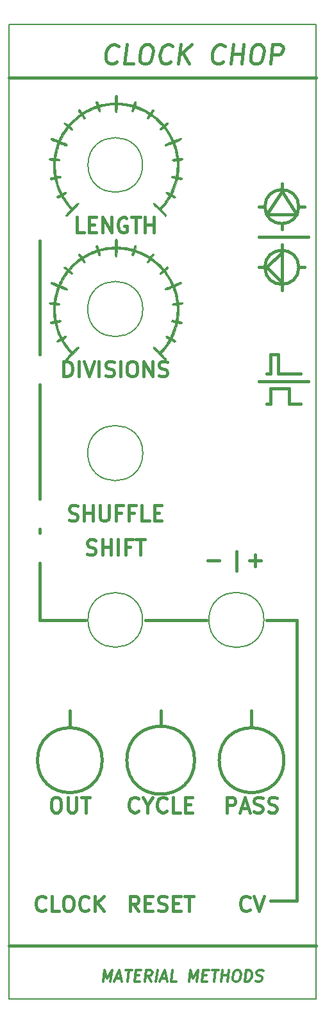
<source format=gbr>
%TF.GenerationSoftware,KiCad,Pcbnew,(5.0.1)-3*%
%TF.CreationDate,2019-04-27T14:44:02+01:00*%
%TF.ProjectId,Fractional clock divider panel,4672616374696F6E616C20636C6F636B,rev?*%
%TF.SameCoordinates,Original*%
%TF.FileFunction,Legend,Top*%
%TF.FilePolarity,Positive*%
%FSLAX46Y46*%
G04 Gerber Fmt 4.6, Leading zero omitted, Abs format (unit mm)*
G04 Created by KiCad (PCBNEW (5.0.1)-3) date 27/04/2019 14:44:02*
%MOMM*%
%LPD*%
G01*
G04 APERTURE LIST*
%ADD10C,0.150000*%
%ADD11C,0.400000*%
%ADD12C,0.300000*%
%ADD13C,0.010000*%
G04 APERTURE END LIST*
D10*
X51640055Y-94500000D02*
G75*
G03X51640055Y-94500000I-3640055J0D01*
G01*
X35605551Y-94500000D02*
G75*
G03X35605551Y-94500000I-3605551J0D01*
G01*
X35640055Y-72500000D02*
G75*
G03X35640055Y-72500000I-3640055J0D01*
G01*
X35640055Y-53500000D02*
G75*
G03X35640055Y-53500000I-3640055J0D01*
G01*
X35605551Y-34500000D02*
G75*
G03X35605551Y-34500000I-3605551J0D01*
G01*
D11*
X44238095Y-86642857D02*
X45761904Y-86642857D01*
X49738095Y-86642857D02*
X51261904Y-86642857D01*
X50500000Y-87404761D02*
X50500000Y-85880952D01*
X48000000Y-88000000D02*
X48000000Y-85500000D01*
X18000000Y-23000000D02*
X58500000Y-23000000D01*
X18000000Y-137500000D02*
X58500000Y-137500000D01*
X53500000Y-59500000D02*
X53500000Y-62000000D01*
X55000000Y-64000000D02*
X52500000Y-64000000D01*
X52500000Y-62000000D02*
X52500000Y-59500000D01*
X52500000Y-59500000D02*
X53500000Y-59500000D01*
X25904761Y-81309523D02*
X26190476Y-81404761D01*
X26666666Y-81404761D01*
X26857142Y-81309523D01*
X26952380Y-81214285D01*
X27047619Y-81023809D01*
X27047619Y-80833333D01*
X26952380Y-80642857D01*
X26857142Y-80547619D01*
X26666666Y-80452380D01*
X26285714Y-80357142D01*
X26095238Y-80261904D01*
X26000000Y-80166666D01*
X25904761Y-79976190D01*
X25904761Y-79785714D01*
X26000000Y-79595238D01*
X26095238Y-79500000D01*
X26285714Y-79404761D01*
X26761904Y-79404761D01*
X27047619Y-79500000D01*
X27904761Y-81404761D02*
X27904761Y-79404761D01*
X27904761Y-80357142D02*
X29047619Y-80357142D01*
X29047619Y-81404761D02*
X29047619Y-79404761D01*
X30000000Y-79404761D02*
X30000000Y-81023809D01*
X30095238Y-81214285D01*
X30190476Y-81309523D01*
X30380952Y-81404761D01*
X30761904Y-81404761D01*
X30952380Y-81309523D01*
X31047619Y-81214285D01*
X31142857Y-81023809D01*
X31142857Y-79404761D01*
X32761904Y-80357142D02*
X32095238Y-80357142D01*
X32095238Y-81404761D02*
X32095238Y-79404761D01*
X33047619Y-79404761D01*
X34476190Y-80357142D02*
X33809523Y-80357142D01*
X33809523Y-81404761D02*
X33809523Y-79404761D01*
X34761904Y-79404761D01*
X36476190Y-81404761D02*
X35523809Y-81404761D01*
X35523809Y-79404761D01*
X37142857Y-80357142D02*
X37809523Y-80357142D01*
X38095238Y-81404761D02*
X37142857Y-81404761D01*
X37142857Y-79404761D01*
X38095238Y-79404761D01*
X25190476Y-62404761D02*
X25190476Y-60404761D01*
X25666666Y-60404761D01*
X25952380Y-60500000D01*
X26142857Y-60690476D01*
X26238095Y-60880952D01*
X26333333Y-61261904D01*
X26333333Y-61547619D01*
X26238095Y-61928571D01*
X26142857Y-62119047D01*
X25952380Y-62309523D01*
X25666666Y-62404761D01*
X25190476Y-62404761D01*
X27190476Y-62404761D02*
X27190476Y-60404761D01*
X27857142Y-60404761D02*
X28523809Y-62404761D01*
X29190476Y-60404761D01*
X29857142Y-62404761D02*
X29857142Y-60404761D01*
X30714285Y-62309523D02*
X31000000Y-62404761D01*
X31476190Y-62404761D01*
X31666666Y-62309523D01*
X31761904Y-62214285D01*
X31857142Y-62023809D01*
X31857142Y-61833333D01*
X31761904Y-61642857D01*
X31666666Y-61547619D01*
X31476190Y-61452380D01*
X31095238Y-61357142D01*
X30904761Y-61261904D01*
X30809523Y-61166666D01*
X30714285Y-60976190D01*
X30714285Y-60785714D01*
X30809523Y-60595238D01*
X30904761Y-60500000D01*
X31095238Y-60404761D01*
X31571428Y-60404761D01*
X31857142Y-60500000D01*
X32714285Y-62404761D02*
X32714285Y-60404761D01*
X34047619Y-60404761D02*
X34428571Y-60404761D01*
X34619047Y-60500000D01*
X34809523Y-60690476D01*
X34904761Y-61071428D01*
X34904761Y-61738095D01*
X34809523Y-62119047D01*
X34619047Y-62309523D01*
X34428571Y-62404761D01*
X34047619Y-62404761D01*
X33857142Y-62309523D01*
X33666666Y-62119047D01*
X33571428Y-61738095D01*
X33571428Y-61071428D01*
X33666666Y-60690476D01*
X33857142Y-60500000D01*
X34047619Y-60404761D01*
X35761904Y-62404761D02*
X35761904Y-60404761D01*
X36904761Y-62404761D01*
X36904761Y-60404761D01*
X37761904Y-62309523D02*
X38047619Y-62404761D01*
X38523809Y-62404761D01*
X38714285Y-62309523D01*
X38809523Y-62214285D01*
X38904761Y-62023809D01*
X38904761Y-61833333D01*
X38809523Y-61642857D01*
X38714285Y-61547619D01*
X38523809Y-61452380D01*
X38142857Y-61357142D01*
X37952380Y-61261904D01*
X37857142Y-61166666D01*
X37761904Y-60976190D01*
X37761904Y-60785714D01*
X37857142Y-60595238D01*
X37952380Y-60500000D01*
X38142857Y-60404761D01*
X38619047Y-60404761D01*
X38904761Y-60500000D01*
X49761904Y-132714285D02*
X49666666Y-132809523D01*
X49380952Y-132904761D01*
X49190476Y-132904761D01*
X48904761Y-132809523D01*
X48714285Y-132619047D01*
X48619047Y-132428571D01*
X48523809Y-132047619D01*
X48523809Y-131761904D01*
X48619047Y-131380952D01*
X48714285Y-131190476D01*
X48904761Y-131000000D01*
X49190476Y-130904761D01*
X49380952Y-130904761D01*
X49666666Y-131000000D01*
X49761904Y-131095238D01*
X50333333Y-130904761D02*
X51000000Y-132904761D01*
X51666666Y-130904761D01*
X27857142Y-43404761D02*
X26904761Y-43404761D01*
X26904761Y-41404761D01*
X28523809Y-42357142D02*
X29190476Y-42357142D01*
X29476190Y-43404761D02*
X28523809Y-43404761D01*
X28523809Y-41404761D01*
X29476190Y-41404761D01*
X30333333Y-43404761D02*
X30333333Y-41404761D01*
X31476190Y-43404761D01*
X31476190Y-41404761D01*
X33476190Y-41500000D02*
X33285714Y-41404761D01*
X33000000Y-41404761D01*
X32714285Y-41500000D01*
X32523809Y-41690476D01*
X32428571Y-41880952D01*
X32333333Y-42261904D01*
X32333333Y-42547619D01*
X32428571Y-42928571D01*
X32523809Y-43119047D01*
X32714285Y-43309523D01*
X33000000Y-43404761D01*
X33190476Y-43404761D01*
X33476190Y-43309523D01*
X33571428Y-43214285D01*
X33571428Y-42547619D01*
X33190476Y-42547619D01*
X34142857Y-41404761D02*
X35285714Y-41404761D01*
X34714285Y-43404761D02*
X34714285Y-41404761D01*
X35952380Y-43404761D02*
X35952380Y-41404761D01*
X35952380Y-42357142D02*
X37095238Y-42357142D01*
X37095238Y-43404761D02*
X37095238Y-41404761D01*
X22761904Y-132714285D02*
X22666666Y-132809523D01*
X22380952Y-132904761D01*
X22190476Y-132904761D01*
X21904761Y-132809523D01*
X21714285Y-132619047D01*
X21619047Y-132428571D01*
X21523809Y-132047619D01*
X21523809Y-131761904D01*
X21619047Y-131380952D01*
X21714285Y-131190476D01*
X21904761Y-131000000D01*
X22190476Y-130904761D01*
X22380952Y-130904761D01*
X22666666Y-131000000D01*
X22761904Y-131095238D01*
X24571428Y-132904761D02*
X23619047Y-132904761D01*
X23619047Y-130904761D01*
X25619047Y-130904761D02*
X26000000Y-130904761D01*
X26190476Y-131000000D01*
X26380952Y-131190476D01*
X26476190Y-131571428D01*
X26476190Y-132238095D01*
X26380952Y-132619047D01*
X26190476Y-132809523D01*
X26000000Y-132904761D01*
X25619047Y-132904761D01*
X25428571Y-132809523D01*
X25238095Y-132619047D01*
X25142857Y-132238095D01*
X25142857Y-131571428D01*
X25238095Y-131190476D01*
X25428571Y-131000000D01*
X25619047Y-130904761D01*
X28476190Y-132714285D02*
X28380952Y-132809523D01*
X28095238Y-132904761D01*
X27904761Y-132904761D01*
X27619047Y-132809523D01*
X27428571Y-132619047D01*
X27333333Y-132428571D01*
X27238095Y-132047619D01*
X27238095Y-131761904D01*
X27333333Y-131380952D01*
X27428571Y-131190476D01*
X27619047Y-131000000D01*
X27904761Y-130904761D01*
X28095238Y-130904761D01*
X28380952Y-131000000D01*
X28476190Y-131095238D01*
X29333333Y-132904761D02*
X29333333Y-130904761D01*
X30476190Y-132904761D02*
X29619047Y-131761904D01*
X30476190Y-130904761D02*
X29333333Y-132047619D01*
X46714285Y-119904761D02*
X46714285Y-117904761D01*
X47476190Y-117904761D01*
X47666666Y-118000000D01*
X47761904Y-118095238D01*
X47857142Y-118285714D01*
X47857142Y-118571428D01*
X47761904Y-118761904D01*
X47666666Y-118857142D01*
X47476190Y-118952380D01*
X46714285Y-118952380D01*
X48619047Y-119333333D02*
X49571428Y-119333333D01*
X48428571Y-119904761D02*
X49095238Y-117904761D01*
X49761904Y-119904761D01*
X50333333Y-119809523D02*
X50619047Y-119904761D01*
X51095238Y-119904761D01*
X51285714Y-119809523D01*
X51380952Y-119714285D01*
X51476190Y-119523809D01*
X51476190Y-119333333D01*
X51380952Y-119142857D01*
X51285714Y-119047619D01*
X51095238Y-118952380D01*
X50714285Y-118857142D01*
X50523809Y-118761904D01*
X50428571Y-118666666D01*
X50333333Y-118476190D01*
X50333333Y-118285714D01*
X50428571Y-118095238D01*
X50523809Y-118000000D01*
X50714285Y-117904761D01*
X51190476Y-117904761D01*
X51476190Y-118000000D01*
X52238095Y-119809523D02*
X52523809Y-119904761D01*
X53000000Y-119904761D01*
X53190476Y-119809523D01*
X53285714Y-119714285D01*
X53380952Y-119523809D01*
X53380952Y-119333333D01*
X53285714Y-119142857D01*
X53190476Y-119047619D01*
X53000000Y-118952380D01*
X52619047Y-118857142D01*
X52428571Y-118761904D01*
X52333333Y-118666666D01*
X52238095Y-118476190D01*
X52238095Y-118285714D01*
X52333333Y-118095238D01*
X52428571Y-118000000D01*
X52619047Y-117904761D01*
X53095238Y-117904761D01*
X53380952Y-118000000D01*
X35095238Y-132904761D02*
X34428571Y-131952380D01*
X33952380Y-132904761D02*
X33952380Y-130904761D01*
X34714285Y-130904761D01*
X34904761Y-131000000D01*
X35000000Y-131095238D01*
X35095238Y-131285714D01*
X35095238Y-131571428D01*
X35000000Y-131761904D01*
X34904761Y-131857142D01*
X34714285Y-131952380D01*
X33952380Y-131952380D01*
X35952380Y-131857142D02*
X36619047Y-131857142D01*
X36904761Y-132904761D02*
X35952380Y-132904761D01*
X35952380Y-130904761D01*
X36904761Y-130904761D01*
X37666666Y-132809523D02*
X37952380Y-132904761D01*
X38428571Y-132904761D01*
X38619047Y-132809523D01*
X38714285Y-132714285D01*
X38809523Y-132523809D01*
X38809523Y-132333333D01*
X38714285Y-132142857D01*
X38619047Y-132047619D01*
X38428571Y-131952380D01*
X38047619Y-131857142D01*
X37857142Y-131761904D01*
X37761904Y-131666666D01*
X37666666Y-131476190D01*
X37666666Y-131285714D01*
X37761904Y-131095238D01*
X37857142Y-131000000D01*
X38047619Y-130904761D01*
X38523809Y-130904761D01*
X38809523Y-131000000D01*
X39666666Y-131857142D02*
X40333333Y-131857142D01*
X40619047Y-132904761D02*
X39666666Y-132904761D01*
X39666666Y-130904761D01*
X40619047Y-130904761D01*
X41190476Y-130904761D02*
X42333333Y-130904761D01*
X41761904Y-132904761D02*
X41761904Y-130904761D01*
X28285714Y-85809523D02*
X28571428Y-85904761D01*
X29047619Y-85904761D01*
X29238095Y-85809523D01*
X29333333Y-85714285D01*
X29428571Y-85523809D01*
X29428571Y-85333333D01*
X29333333Y-85142857D01*
X29238095Y-85047619D01*
X29047619Y-84952380D01*
X28666666Y-84857142D01*
X28476190Y-84761904D01*
X28380952Y-84666666D01*
X28285714Y-84476190D01*
X28285714Y-84285714D01*
X28380952Y-84095238D01*
X28476190Y-84000000D01*
X28666666Y-83904761D01*
X29142857Y-83904761D01*
X29428571Y-84000000D01*
X30285714Y-85904761D02*
X30285714Y-83904761D01*
X30285714Y-84857142D02*
X31428571Y-84857142D01*
X31428571Y-85904761D02*
X31428571Y-83904761D01*
X32380952Y-85904761D02*
X32380952Y-83904761D01*
X34000000Y-84857142D02*
X33333333Y-84857142D01*
X33333333Y-85904761D02*
X33333333Y-83904761D01*
X34285714Y-83904761D01*
X34761904Y-83904761D02*
X35904761Y-83904761D01*
X35333333Y-85904761D02*
X35333333Y-83904761D01*
X54000000Y-43000000D02*
X54000000Y-42500000D01*
X54000000Y-38000000D02*
X56000000Y-41000000D01*
X54000000Y-37000000D02*
X54000000Y-37500000D01*
X54000000Y-46000000D02*
X54000000Y-50000000D01*
X54000000Y-50000000D02*
X52000000Y-48000000D01*
X52000000Y-41000000D02*
X56000000Y-41000000D01*
X51000000Y-40000000D02*
X51500000Y-40000000D01*
X52000000Y-48000000D02*
X54000000Y-46000000D01*
X55000000Y-66000000D02*
X56500000Y-66000000D01*
X56236068Y-40000000D02*
G75*
G03X56236068Y-40000000I-2236068J0D01*
G01*
X50000000Y-106500000D02*
X50000000Y-108500000D01*
X54000000Y-45000000D02*
X54000000Y-45500000D01*
X51000000Y-44000000D02*
X57500000Y-44000000D01*
X26000000Y-106500000D02*
X26000000Y-108500000D01*
X52500000Y-66000000D02*
X52000000Y-66000000D01*
X22000000Y-63500000D02*
X22000000Y-78500000D01*
X51000000Y-63000000D02*
X57500000Y-63000000D01*
X54000000Y-51000000D02*
X54000000Y-50500000D01*
X38000000Y-106500000D02*
X38000000Y-108500000D01*
X56000000Y-131500000D02*
X56000000Y-94500000D01*
X52500000Y-131500000D02*
X56000000Y-131500000D01*
X56000000Y-94500000D02*
X54000000Y-94500000D01*
X54000000Y-94500000D02*
X52000000Y-94500000D01*
X22000000Y-82500000D02*
X22000000Y-83000000D01*
X35047619Y-119714285D02*
X34952380Y-119809523D01*
X34666666Y-119904761D01*
X34476190Y-119904761D01*
X34190476Y-119809523D01*
X34000000Y-119619047D01*
X33904761Y-119428571D01*
X33809523Y-119047619D01*
X33809523Y-118761904D01*
X33904761Y-118380952D01*
X34000000Y-118190476D01*
X34190476Y-118000000D01*
X34476190Y-117904761D01*
X34666666Y-117904761D01*
X34952380Y-118000000D01*
X35047619Y-118095238D01*
X36285714Y-118952380D02*
X36285714Y-119904761D01*
X35619047Y-117904761D02*
X36285714Y-118952380D01*
X36952380Y-117904761D01*
X38761904Y-119714285D02*
X38666666Y-119809523D01*
X38380952Y-119904761D01*
X38190476Y-119904761D01*
X37904761Y-119809523D01*
X37714285Y-119619047D01*
X37619047Y-119428571D01*
X37523809Y-119047619D01*
X37523809Y-118761904D01*
X37619047Y-118380952D01*
X37714285Y-118190476D01*
X37904761Y-118000000D01*
X38190476Y-117904761D01*
X38380952Y-117904761D01*
X38666666Y-118000000D01*
X38761904Y-118095238D01*
X40571428Y-119904761D02*
X39619047Y-119904761D01*
X39619047Y-117904761D01*
X41238095Y-118857142D02*
X41904761Y-118857142D01*
X42190476Y-119904761D02*
X41238095Y-119904761D01*
X41238095Y-117904761D01*
X42190476Y-117904761D01*
X24000000Y-117904761D02*
X24380952Y-117904761D01*
X24571428Y-118000000D01*
X24761904Y-118190476D01*
X24857142Y-118571428D01*
X24857142Y-119238095D01*
X24761904Y-119619047D01*
X24571428Y-119809523D01*
X24380952Y-119904761D01*
X24000000Y-119904761D01*
X23809523Y-119809523D01*
X23619047Y-119619047D01*
X23523809Y-119238095D01*
X23523809Y-118571428D01*
X23619047Y-118190476D01*
X23809523Y-118000000D01*
X24000000Y-117904761D01*
X25714285Y-117904761D02*
X25714285Y-119523809D01*
X25809523Y-119714285D01*
X25904761Y-119809523D01*
X26095238Y-119904761D01*
X26476190Y-119904761D01*
X26666666Y-119809523D01*
X26761904Y-119714285D01*
X26857142Y-119523809D01*
X26857142Y-117904761D01*
X27523809Y-117904761D02*
X28666666Y-117904761D01*
X28095238Y-119904761D02*
X28095238Y-117904761D01*
X51000000Y-48000000D02*
X51500000Y-48000000D01*
X56236068Y-48000000D02*
G75*
G03X56236068Y-48000000I-2236068J0D01*
G01*
X36000000Y-94500000D02*
X44000000Y-94500000D01*
X22000000Y-87000000D02*
X22000000Y-94000000D01*
D12*
X30379642Y-142178571D02*
X30567142Y-140678571D01*
X30933214Y-141750000D01*
X31567142Y-140678571D01*
X31379642Y-142178571D01*
X32076071Y-141750000D02*
X32790357Y-141750000D01*
X31879642Y-142178571D02*
X32567142Y-140678571D01*
X32879642Y-142178571D01*
X33352857Y-140678571D02*
X34210000Y-140678571D01*
X33593928Y-142178571D02*
X33781428Y-140678571D01*
X34620714Y-141392857D02*
X35120714Y-141392857D01*
X35236785Y-142178571D02*
X34522500Y-142178571D01*
X34710000Y-140678571D01*
X35424285Y-140678571D01*
X36736785Y-142178571D02*
X36326071Y-141464285D01*
X35879642Y-142178571D02*
X36067142Y-140678571D01*
X36638571Y-140678571D01*
X36772500Y-140750000D01*
X36835000Y-140821428D01*
X36888571Y-140964285D01*
X36861785Y-141178571D01*
X36772500Y-141321428D01*
X36692142Y-141392857D01*
X36540357Y-141464285D01*
X35968928Y-141464285D01*
X37379642Y-142178571D02*
X37567142Y-140678571D01*
X38076071Y-141750000D02*
X38790357Y-141750000D01*
X37879642Y-142178571D02*
X38567142Y-140678571D01*
X38879642Y-142178571D01*
X40093928Y-142178571D02*
X39379642Y-142178571D01*
X39567142Y-140678571D01*
X41736785Y-142178571D02*
X41924285Y-140678571D01*
X42290357Y-141750000D01*
X42924285Y-140678571D01*
X42736785Y-142178571D01*
X43549285Y-141392857D02*
X44049285Y-141392857D01*
X44165357Y-142178571D02*
X43451071Y-142178571D01*
X43638571Y-140678571D01*
X44352857Y-140678571D01*
X44781428Y-140678571D02*
X45638571Y-140678571D01*
X45022500Y-142178571D02*
X45210000Y-140678571D01*
X45951071Y-142178571D02*
X46138571Y-140678571D01*
X46049285Y-141392857D02*
X46906428Y-141392857D01*
X46808214Y-142178571D02*
X46995714Y-140678571D01*
X47995714Y-140678571D02*
X48281428Y-140678571D01*
X48415357Y-140750000D01*
X48540357Y-140892857D01*
X48576071Y-141178571D01*
X48513571Y-141678571D01*
X48406428Y-141964285D01*
X48245714Y-142107142D01*
X48093928Y-142178571D01*
X47808214Y-142178571D01*
X47674285Y-142107142D01*
X47549285Y-141964285D01*
X47513571Y-141678571D01*
X47576071Y-141178571D01*
X47683214Y-140892857D01*
X47843928Y-140750000D01*
X47995714Y-140678571D01*
X49093928Y-142178571D02*
X49281428Y-140678571D01*
X49638571Y-140678571D01*
X49843928Y-140750000D01*
X49968928Y-140892857D01*
X50022500Y-141035714D01*
X50058214Y-141321428D01*
X50031428Y-141535714D01*
X49924285Y-141821428D01*
X49835000Y-141964285D01*
X49674285Y-142107142D01*
X49451071Y-142178571D01*
X49093928Y-142178571D01*
X50531428Y-142107142D02*
X50736785Y-142178571D01*
X51093928Y-142178571D01*
X51245714Y-142107142D01*
X51326071Y-142035714D01*
X51415357Y-141892857D01*
X51433214Y-141750000D01*
X51379642Y-141607142D01*
X51317142Y-141535714D01*
X51183214Y-141464285D01*
X50906428Y-141392857D01*
X50772500Y-141321428D01*
X50710000Y-141250000D01*
X50656428Y-141107142D01*
X50674285Y-140964285D01*
X50763571Y-140821428D01*
X50843928Y-140750000D01*
X50995714Y-140678571D01*
X51352857Y-140678571D01*
X51558214Y-140750000D01*
D10*
X18000000Y-144500000D02*
X18000000Y-16000000D01*
X58500000Y-144500000D02*
X18000000Y-144500000D01*
X18000000Y-16000000D02*
X58500000Y-16000000D01*
X58500000Y-16000000D02*
X58500000Y-144500000D01*
D11*
X55000000Y-64000000D02*
X55000000Y-66000000D01*
X32158720Y-20892857D02*
X32024791Y-21011904D01*
X31652767Y-21130952D01*
X31414672Y-21130952D01*
X31072410Y-21011904D01*
X30864077Y-20773809D01*
X30774791Y-20535714D01*
X30715267Y-20059523D01*
X30759910Y-19702380D01*
X30938482Y-19226190D01*
X31087291Y-18988095D01*
X31355148Y-18750000D01*
X31727172Y-18630952D01*
X31965267Y-18630952D01*
X32307529Y-18750000D01*
X32411696Y-18869047D01*
X34390863Y-21130952D02*
X33200386Y-21130952D01*
X33512886Y-18630952D01*
X36012886Y-18630952D02*
X36489077Y-18630952D01*
X36712291Y-18750000D01*
X36920625Y-18988095D01*
X36980148Y-19464285D01*
X36875982Y-20297619D01*
X36697410Y-20773809D01*
X36429553Y-21011904D01*
X36176577Y-21130952D01*
X35700386Y-21130952D01*
X35477172Y-21011904D01*
X35268839Y-20773809D01*
X35209315Y-20297619D01*
X35313482Y-19464285D01*
X35492053Y-18988095D01*
X35759910Y-18750000D01*
X36012886Y-18630952D01*
X39301577Y-20892857D02*
X39167648Y-21011904D01*
X38795625Y-21130952D01*
X38557529Y-21130952D01*
X38215267Y-21011904D01*
X38006934Y-20773809D01*
X37917648Y-20535714D01*
X37858125Y-20059523D01*
X37902767Y-19702380D01*
X38081339Y-19226190D01*
X38230148Y-18988095D01*
X38498005Y-18750000D01*
X38870029Y-18630952D01*
X39108125Y-18630952D01*
X39450386Y-18750000D01*
X39554553Y-18869047D01*
X40343244Y-21130952D02*
X40655744Y-18630952D01*
X41771815Y-21130952D02*
X40878958Y-19702380D01*
X42084315Y-18630952D02*
X40477172Y-20059523D01*
X46206339Y-20892857D02*
X46072410Y-21011904D01*
X45700386Y-21130952D01*
X45462291Y-21130952D01*
X45120029Y-21011904D01*
X44911696Y-20773809D01*
X44822410Y-20535714D01*
X44762886Y-20059523D01*
X44807529Y-19702380D01*
X44986101Y-19226190D01*
X45134910Y-18988095D01*
X45402767Y-18750000D01*
X45774791Y-18630952D01*
X46012886Y-18630952D01*
X46355148Y-18750000D01*
X46459315Y-18869047D01*
X47248005Y-21130952D02*
X47560505Y-18630952D01*
X47411696Y-19821428D02*
X48840267Y-19821428D01*
X48676577Y-21130952D02*
X48989077Y-18630952D01*
X50655744Y-18630952D02*
X51131934Y-18630952D01*
X51355148Y-18750000D01*
X51563482Y-18988095D01*
X51623005Y-19464285D01*
X51518839Y-20297619D01*
X51340267Y-20773809D01*
X51072410Y-21011904D01*
X50819434Y-21130952D01*
X50343244Y-21130952D01*
X50120029Y-21011904D01*
X49911696Y-20773809D01*
X49852172Y-20297619D01*
X49956339Y-19464285D01*
X50134910Y-18988095D01*
X50402767Y-18750000D01*
X50655744Y-18630952D01*
X52486101Y-21130952D02*
X52798601Y-18630952D01*
X53750982Y-18630952D01*
X53974196Y-18750000D01*
X54078363Y-18869047D01*
X54167648Y-19107142D01*
X54123005Y-19464285D01*
X53974196Y-19702380D01*
X53840267Y-19821428D01*
X53587291Y-19940476D01*
X52634910Y-19940476D01*
X54000000Y-38000000D02*
X52000000Y-41000000D01*
X56500000Y-40000000D02*
X57000000Y-40000000D01*
X56500000Y-48000000D02*
X57000000Y-48000000D01*
X52500000Y-62000000D02*
X52000000Y-62000000D01*
X22000000Y-94500000D02*
X28000000Y-94500000D01*
X22000000Y-94000000D02*
X22000000Y-94500000D01*
X22000000Y-44500000D02*
X22000000Y-59500000D01*
X53500000Y-62000000D02*
X56500000Y-62000000D01*
X52500000Y-64000000D02*
X52500000Y-66000000D01*
X54272002Y-113000000D02*
G75*
G03X54272002Y-113000000I-4272002J0D01*
G01*
X42472136Y-113000000D02*
G75*
G03X42472136Y-113000000I-4472136J0D01*
G01*
X30272002Y-113000000D02*
G75*
G03X30272002Y-113000000I-4272002J0D01*
G01*
D13*
G36*
X32168172Y-44252582D02*
X32197989Y-44277328D01*
X32218140Y-44322994D01*
X32230445Y-44403326D01*
X32236724Y-44532071D01*
X32238797Y-44722975D01*
X32238871Y-44786667D01*
X32238871Y-45282915D01*
X32455798Y-45282915D01*
X32637340Y-45290854D01*
X32873923Y-45312627D01*
X33142778Y-45345166D01*
X33421137Y-45385405D01*
X33686230Y-45430278D01*
X33915289Y-45476718D01*
X33943974Y-45483355D01*
X34100720Y-45519098D01*
X34229918Y-45546270D01*
X34310350Y-45560491D01*
X34322993Y-45561599D01*
X34359951Y-45526923D01*
X34408168Y-45436796D01*
X34449238Y-45332680D01*
X34505857Y-45191988D01*
X34559573Y-45116066D01*
X34611164Y-45091887D01*
X34706079Y-45099841D01*
X34752402Y-45160923D01*
X34751551Y-45279667D01*
X34715726Y-45426268D01*
X34644360Y-45660681D01*
X35066645Y-45826011D01*
X35556388Y-46033778D01*
X36020907Y-46261866D01*
X36358217Y-46451615D01*
X36591190Y-46591957D01*
X36735553Y-46385320D01*
X36850450Y-46246191D01*
X36947502Y-46183973D01*
X37027756Y-46198228D01*
X37069472Y-46245178D01*
X37083238Y-46298110D01*
X37060303Y-46373048D01*
X36994471Y-46487125D01*
X36966489Y-46529947D01*
X36821563Y-46748222D01*
X37097046Y-46953073D01*
X37385459Y-47182306D01*
X37693974Y-47453250D01*
X37996790Y-47742558D01*
X38191081Y-47942992D01*
X38430281Y-48198972D01*
X38602920Y-48054737D01*
X38743528Y-47957564D01*
X38862236Y-47914753D01*
X38948066Y-47928662D01*
X38982588Y-47973103D01*
X38984441Y-48047644D01*
X38955855Y-48131044D01*
X38911842Y-48185556D01*
X38896013Y-48190803D01*
X38850869Y-48215554D01*
X38770926Y-48275901D01*
X38734765Y-48306024D01*
X38601975Y-48419628D01*
X38818164Y-48712478D01*
X38984544Y-48950111D01*
X39157040Y-49217699D01*
X39322375Y-49493007D01*
X39467275Y-49753799D01*
X39578463Y-49977839D01*
X39592561Y-50009532D01*
X39650321Y-50134368D01*
X39698209Y-50223950D01*
X39726096Y-50259376D01*
X39726489Y-50259404D01*
X39771072Y-50244874D01*
X39873371Y-50205389D01*
X40017809Y-50147114D01*
X40175845Y-50081645D01*
X40382433Y-49998476D01*
X40529376Y-49949337D01*
X40628307Y-49932764D01*
X40690855Y-49947292D01*
X40728653Y-49991459D01*
X40737187Y-50011002D01*
X40738885Y-50072123D01*
X40691498Y-50134893D01*
X40587703Y-50204480D01*
X40420173Y-50286053D01*
X40241066Y-50361117D01*
X40081852Y-50425557D01*
X39952521Y-50478788D01*
X39869404Y-50514036D01*
X39847471Y-50524377D01*
X39852668Y-50564363D01*
X39879010Y-50663057D01*
X39921812Y-50803850D01*
X39956660Y-50911342D01*
X40049511Y-51210445D01*
X40135835Y-51524121D01*
X40210439Y-51830820D01*
X40268127Y-52108990D01*
X40303704Y-52337078D01*
X40306525Y-52362808D01*
X40332366Y-52614957D01*
X40575352Y-52607053D01*
X40740379Y-52602641D01*
X40841488Y-52605561D01*
X40894335Y-52620312D01*
X40914576Y-52651393D01*
X40917868Y-52703303D01*
X40917868Y-52705487D01*
X40905263Y-52783925D01*
X40857469Y-52834616D01*
X40759523Y-52866167D01*
X40603002Y-52886572D01*
X40387666Y-52906896D01*
X40395268Y-53464263D01*
X40393167Y-53729933D01*
X40381685Y-54027046D01*
X40362758Y-54317053D01*
X40341510Y-54535503D01*
X40319398Y-54727505D01*
X40302447Y-54888146D01*
X40292121Y-55002455D01*
X40289884Y-55055461D01*
X40290466Y-55057347D01*
X40331531Y-55069798D01*
X40428067Y-55094218D01*
X40539655Y-55120747D01*
X40673403Y-55155600D01*
X40747547Y-55189367D01*
X40781014Y-55234100D01*
X40790633Y-55280572D01*
X40781141Y-55366703D01*
X40722406Y-55411545D01*
X40606497Y-55417719D01*
X40449988Y-55393056D01*
X40330053Y-55370752D01*
X40247198Y-55360242D01*
X40223770Y-55361804D01*
X40209423Y-55402983D01*
X40177969Y-55506099D01*
X40133792Y-55656418D01*
X40081273Y-55839209D01*
X40071194Y-55874699D01*
X39995838Y-56118391D01*
X39899792Y-56397212D01*
X39796238Y-56674232D01*
X39711759Y-56881631D01*
X39493920Y-57389098D01*
X39680887Y-57483841D01*
X39838153Y-57574396D01*
X39924665Y-57653224D01*
X39947067Y-57727297D01*
X39940085Y-57755825D01*
X39889298Y-57823016D01*
X39803398Y-57836127D01*
X39673713Y-57794862D01*
X39570075Y-57743230D01*
X39453677Y-57686909D01*
X39368000Y-57658082D01*
X39332773Y-57662182D01*
X39296080Y-57734046D01*
X39220544Y-57855903D01*
X39115564Y-58014399D01*
X38990538Y-58196179D01*
X38854865Y-58387891D01*
X38717944Y-58576180D01*
X38589172Y-58747692D01*
X38477949Y-58889075D01*
X38424101Y-58953253D01*
X38306162Y-59089437D01*
X38205558Y-59207182D01*
X38135380Y-59291075D01*
X38111594Y-59321098D01*
X38108551Y-59360854D01*
X38145880Y-59426954D01*
X38229700Y-59527542D01*
X38366131Y-59670760D01*
X38400230Y-59705197D01*
X38569778Y-59884932D01*
X38677426Y-60022638D01*
X38725637Y-60123167D01*
X38716868Y-60191373D01*
X38665239Y-60228029D01*
X38597223Y-60249260D01*
X38578046Y-60252194D01*
X38543136Y-60225224D01*
X38461413Y-60150222D01*
X38341768Y-60036051D01*
X38193090Y-59891575D01*
X38024271Y-59725656D01*
X37844200Y-59547159D01*
X37661769Y-59364945D01*
X37485867Y-59187879D01*
X37325385Y-59024824D01*
X37189215Y-58884643D01*
X37086245Y-58776198D01*
X37025367Y-58708354D01*
X37013510Y-58692461D01*
X36993713Y-58604578D01*
X37000797Y-58563072D01*
X37044856Y-58507348D01*
X37117175Y-58506266D01*
X37222627Y-58562293D01*
X37366080Y-58677897D01*
X37525654Y-58828918D01*
X37857517Y-59157367D01*
X38067271Y-58933713D01*
X38206956Y-58776485D01*
X38355639Y-58594923D01*
X38506432Y-58399131D01*
X38652447Y-58199210D01*
X38786793Y-58005263D01*
X38902584Y-57827391D01*
X38992929Y-57675697D01*
X39050941Y-57560281D01*
X39069730Y-57491248D01*
X39060834Y-57476704D01*
X39005096Y-57448566D01*
X38907726Y-57391528D01*
X38830483Y-57343596D01*
X38716823Y-57262600D01*
X38663290Y-57197057D01*
X38655880Y-57136507D01*
X38695514Y-57057378D01*
X38783913Y-57038951D01*
X38922221Y-57081191D01*
X39011405Y-57125571D01*
X39124355Y-57180051D01*
X39210441Y-57208880D01*
X39241944Y-57208946D01*
X39280835Y-57156043D01*
X39338797Y-57040386D01*
X39410930Y-56875152D01*
X39492337Y-56673521D01*
X39578121Y-56448669D01*
X39663384Y-56213773D01*
X39743228Y-55982012D01*
X39812755Y-55766562D01*
X39867068Y-55580602D01*
X39901268Y-55437308D01*
X39902153Y-55432626D01*
X39928570Y-55290958D01*
X39676746Y-55233567D01*
X39539056Y-55198882D01*
X39461326Y-55166436D01*
X39425075Y-55124789D01*
X39412654Y-55070110D01*
X39426554Y-54979651D01*
X39497373Y-54935492D01*
X39629193Y-54936149D01*
X39728885Y-54955007D01*
X39844703Y-54979735D01*
X39929895Y-54994411D01*
X39947590Y-54996049D01*
X39975305Y-54959002D01*
X40003499Y-54855366D01*
X40031070Y-54698161D01*
X40056917Y-54500407D01*
X40079936Y-54275122D01*
X40099027Y-54035327D01*
X40113086Y-53794041D01*
X40121013Y-53564282D01*
X40121704Y-53359072D01*
X40114059Y-53191428D01*
X40106214Y-53122020D01*
X40079191Y-52941818D01*
X39841533Y-52959008D01*
X39661243Y-52957780D01*
X39540737Y-52925483D01*
X39486884Y-52864308D01*
X39484639Y-52845148D01*
X39519681Y-52775669D01*
X39606199Y-52717537D01*
X39716286Y-52688246D01*
X39736307Y-52687387D01*
X39902749Y-52674892D01*
X40001261Y-52636494D01*
X40040463Y-52568207D01*
X40042006Y-52545967D01*
X40031855Y-52429322D01*
X40003830Y-52259410D01*
X39961574Y-52050493D01*
X39908730Y-51816831D01*
X39848942Y-51572685D01*
X39785852Y-51332316D01*
X39723103Y-51109986D01*
X39664339Y-50919955D01*
X39613202Y-50776485D01*
X39573335Y-50693837D01*
X39566761Y-50685569D01*
X39520343Y-50687405D01*
X39416403Y-50715977D01*
X39270491Y-50766386D01*
X39103639Y-50831482D01*
X38878200Y-50918168D01*
X38715314Y-50965947D01*
X38608155Y-50974980D01*
X38549893Y-50945425D01*
X38533702Y-50877443D01*
X38536690Y-50844746D01*
X38557463Y-50799945D01*
X38614157Y-50751930D01*
X38717925Y-50693979D01*
X38879922Y-50619372D01*
X38986990Y-50573405D01*
X39178003Y-50490255D01*
X39305023Y-50428153D01*
X39378750Y-50380563D01*
X39409884Y-50340950D01*
X39411956Y-50313818D01*
X39380480Y-50222339D01*
X39312634Y-50078397D01*
X39216513Y-49895581D01*
X39100213Y-49687480D01*
X38971828Y-49467684D01*
X38839454Y-49249780D01*
X38711185Y-49047358D01*
X38595118Y-48874006D01*
X38499346Y-48743315D01*
X38432107Y-48668989D01*
X38387274Y-48647003D01*
X38331349Y-48661676D01*
X38245452Y-48720471D01*
X38190549Y-48764493D01*
X38053808Y-48860973D01*
X37952086Y-48893095D01*
X37875448Y-48862220D01*
X37836712Y-48812935D01*
X37821573Y-48766857D01*
X37841174Y-48715293D01*
X37905286Y-48642989D01*
X38003430Y-48552626D01*
X38214227Y-48365276D01*
X37724747Y-47887419D01*
X37475368Y-47649887D01*
X37237948Y-47435012D01*
X37023136Y-47251889D01*
X36841585Y-47109617D01*
X36710235Y-47020942D01*
X36660351Y-47035402D01*
X36584912Y-47113231D01*
X36533709Y-47183115D01*
X36441394Y-47313078D01*
X36375938Y-47385174D01*
X36323153Y-47409760D01*
X36268852Y-47397198D01*
X36252067Y-47388768D01*
X36195275Y-47336749D01*
X36188633Y-47259819D01*
X36233865Y-47146154D01*
X36304941Y-47026450D01*
X36373376Y-46916245D01*
X36401842Y-46851747D01*
X36394448Y-46812352D01*
X36355305Y-46777457D01*
X36354706Y-46777016D01*
X36246306Y-46707521D01*
X36087176Y-46618781D01*
X35890698Y-46516993D01*
X35670249Y-46408356D01*
X35439211Y-46299068D01*
X35210963Y-46195327D01*
X34998885Y-46103331D01*
X34816357Y-46029278D01*
X34676759Y-45979366D01*
X34593470Y-45959792D01*
X34590387Y-45959718D01*
X34558335Y-45994699D01*
X34517468Y-46085050D01*
X34487501Y-46175348D01*
X34429617Y-46340418D01*
X34369752Y-46433131D01*
X34301006Y-46460603D01*
X34232012Y-46438823D01*
X34174591Y-46396249D01*
X34154274Y-46337234D01*
X34169679Y-46242117D01*
X34209561Y-46118965D01*
X34246095Y-46004596D01*
X34267205Y-45917560D01*
X34269279Y-45898263D01*
X34231595Y-45862381D01*
X34126293Y-45820986D01*
X33964995Y-45776355D01*
X33759326Y-45730762D01*
X33520908Y-45686486D01*
X33261366Y-45645802D01*
X32992321Y-45610987D01*
X32725398Y-45584317D01*
X32628309Y-45576886D01*
X32241415Y-45550025D01*
X32230190Y-46039251D01*
X32223475Y-46252893D01*
X32213616Y-46400028D01*
X32198744Y-46493762D01*
X32176992Y-46547199D01*
X32154706Y-46568928D01*
X32067903Y-46591442D01*
X32025317Y-46584388D01*
X31997775Y-46563311D01*
X31979114Y-46516350D01*
X31967712Y-46430467D01*
X31961949Y-46292627D01*
X31960204Y-46089793D01*
X31960188Y-46060497D01*
X31960188Y-45561599D01*
X31763167Y-45561599D01*
X31591866Y-45569419D01*
X31364590Y-45590878D01*
X31103227Y-45622970D01*
X30829669Y-45662688D01*
X30565804Y-45707028D01*
X30333522Y-45752984D01*
X30278135Y-45765496D01*
X30101199Y-45809401D01*
X29991806Y-45850199D01*
X29939683Y-45901660D01*
X29934559Y-45977556D01*
X29966160Y-46091658D01*
X29987980Y-46154473D01*
X30025352Y-46304337D01*
X30010404Y-46401618D01*
X29946608Y-46453039D01*
X29862350Y-46461088D01*
X29794138Y-46407860D01*
X29735276Y-46286096D01*
X29705751Y-46191900D01*
X29666950Y-46062211D01*
X29635059Y-45993920D01*
X29597415Y-45971245D01*
X29541356Y-45978403D01*
X29535582Y-45979820D01*
X29397086Y-46022748D01*
X29218886Y-46090626D01*
X29012862Y-46177590D01*
X28790894Y-46277772D01*
X28564862Y-46385308D01*
X28346646Y-46494332D01*
X28148128Y-46598978D01*
X27981187Y-46693381D01*
X27857704Y-46771675D01*
X27789559Y-46827994D01*
X27779937Y-46846632D01*
X27800902Y-46896466D01*
X27854638Y-46987014D01*
X27899373Y-47054545D01*
X27984990Y-47195446D01*
X28014171Y-47293044D01*
X27988587Y-47358476D01*
X27949138Y-47386166D01*
X27878385Y-47408756D01*
X27814961Y-47388504D01*
X27744328Y-47315672D01*
X27659314Y-47192037D01*
X27583699Y-47082129D01*
X27530300Y-47030516D01*
X27483903Y-47025213D01*
X27460273Y-47035265D01*
X27348413Y-47107667D01*
X27193994Y-47225055D01*
X27010544Y-47375896D01*
X26811589Y-47548659D01*
X26610655Y-47731809D01*
X26421270Y-47913815D01*
X26372210Y-47962943D01*
X25979687Y-48360114D01*
X26183104Y-48547125D01*
X26300716Y-48659663D01*
X26363944Y-48736225D01*
X26380022Y-48791262D01*
X26356184Y-48839227D01*
X26338746Y-48858025D01*
X26271166Y-48899359D01*
X26189832Y-48889516D01*
X26080110Y-48824472D01*
X26005707Y-48766458D01*
X25906137Y-48689617D01*
X25830073Y-48639514D01*
X25802547Y-48628276D01*
X25754622Y-48662535D01*
X25677050Y-48755465D01*
X25576660Y-48895536D01*
X25460282Y-49071219D01*
X25334743Y-49270984D01*
X25206874Y-49483301D01*
X25083503Y-49696642D01*
X24971460Y-49899476D01*
X24877572Y-50080274D01*
X24808671Y-50227507D01*
X24771583Y-50329644D01*
X24769817Y-50371849D01*
X24812343Y-50398488D01*
X24913218Y-50447264D01*
X25056784Y-50510938D01*
X25206752Y-50573853D01*
X25408550Y-50660089D01*
X25544201Y-50728804D01*
X25623203Y-50787342D01*
X25655051Y-50843043D01*
X25649242Y-50903252D01*
X25645672Y-50913223D01*
X25613754Y-50962690D01*
X25558965Y-50983387D01*
X25469863Y-50973697D01*
X25335009Y-50932006D01*
X25142962Y-50856698D01*
X25090383Y-50834823D01*
X24920208Y-50766458D01*
X24776412Y-50714179D01*
X24674924Y-50683414D01*
X24632576Y-50678802D01*
X24601878Y-50728521D01*
X24556674Y-50840641D01*
X24501519Y-51000256D01*
X24440973Y-51192460D01*
X24379594Y-51402347D01*
X24321939Y-51615010D01*
X24272568Y-51815544D01*
X24242916Y-51953063D01*
X24194418Y-52198948D01*
X24160332Y-52377799D01*
X24140075Y-52500782D01*
X24133066Y-52579062D01*
X24138722Y-52623805D01*
X24156461Y-52646176D01*
X24185702Y-52657342D01*
X24205929Y-52662605D01*
X24308897Y-52679526D01*
X24434503Y-52687341D01*
X24440815Y-52687387D01*
X24574929Y-52711626D01*
X24653681Y-52777501D01*
X24667138Y-52875125D01*
X24647892Y-52913512D01*
X24597423Y-52935627D01*
X24498395Y-52945814D01*
X24375214Y-52948282D01*
X24097335Y-52949855D01*
X24086419Y-53525554D01*
X24086540Y-53737655D01*
X24093554Y-53970426D01*
X24106232Y-54209289D01*
X24123350Y-54439664D01*
X24143680Y-54646973D01*
X24165996Y-54816637D01*
X24189072Y-54934078D01*
X24208998Y-54982614D01*
X24256450Y-54986724D01*
X24357020Y-54975214D01*
X24454463Y-54957455D01*
X24627533Y-54935642D01*
X24736506Y-54956942D01*
X24785213Y-55022921D01*
X24786012Y-55093068D01*
X24763705Y-55143456D01*
X24702489Y-55182280D01*
X24585572Y-55218472D01*
X24521474Y-55233751D01*
X24268810Y-55291326D01*
X24294336Y-55452716D01*
X24323121Y-55584194D01*
X24372869Y-55758917D01*
X24438821Y-55964405D01*
X24516219Y-56188178D01*
X24600306Y-56417754D01*
X24686322Y-56640653D01*
X24769510Y-56844395D01*
X24845111Y-57016498D01*
X24908367Y-57144483D01*
X24954520Y-57215868D01*
X24970594Y-57226489D01*
X25014989Y-57208672D01*
X25106156Y-57162669D01*
X25190607Y-57117006D01*
X25314746Y-57054668D01*
X25395610Y-57033663D01*
X25454542Y-57048804D01*
X25459358Y-57051674D01*
X25526047Y-57122868D01*
X25514024Y-57204643D01*
X25423446Y-57296645D01*
X25321552Y-57362315D01*
X25210978Y-57430149D01*
X25135214Y-57485660D01*
X25112539Y-57512596D01*
X25136021Y-57577904D01*
X25201137Y-57694151D01*
X25299893Y-57850011D01*
X25424295Y-58034159D01*
X25566348Y-58235269D01*
X25718058Y-58442014D01*
X25871431Y-58643070D01*
X26018472Y-58827109D01*
X26146816Y-58977898D01*
X26305763Y-59156736D01*
X26639131Y-58825100D01*
X26793468Y-58675674D01*
X26905862Y-58577999D01*
X26987037Y-58524110D01*
X27047720Y-58506044D01*
X27067675Y-58506920D01*
X27129182Y-58522922D01*
X27161256Y-58553332D01*
X27160130Y-58603552D01*
X27122039Y-58678984D01*
X27043214Y-58785030D01*
X26919890Y-58927093D01*
X26748301Y-59110575D01*
X26524679Y-59340877D01*
X26393250Y-59474190D01*
X26190927Y-59677738D01*
X26006585Y-59861317D01*
X25847662Y-60017671D01*
X25721594Y-60139544D01*
X25635820Y-60219681D01*
X25597775Y-60250826D01*
X25597012Y-60250984D01*
X25544122Y-60232034D01*
X25500705Y-60209193D01*
X25451131Y-60166925D01*
X25439975Y-60112352D01*
X25471957Y-60036384D01*
X25551799Y-59929931D01*
X25684222Y-59783903D01*
X25765344Y-59699654D01*
X26099654Y-59356426D01*
X25763963Y-58958307D01*
X25604217Y-58759858D01*
X25426373Y-58524536D01*
X25253529Y-58283607D01*
X25124754Y-58093087D01*
X24821235Y-57625985D01*
X24609953Y-57746868D01*
X24482562Y-57814110D01*
X24398422Y-57840898D01*
X24335928Y-57832962D01*
X24317674Y-57824403D01*
X24243195Y-57757034D01*
X24245321Y-57678953D01*
X24322421Y-57594242D01*
X24437607Y-57524130D01*
X24551401Y-57459761D01*
X24632612Y-57401329D01*
X24657752Y-57372239D01*
X24650222Y-57316155D01*
X24614026Y-57207518D01*
X24555862Y-57065114D01*
X24519967Y-56985692D01*
X24413397Y-56738482D01*
X24302723Y-56449611D01*
X24197426Y-56146535D01*
X24106988Y-55856706D01*
X24040889Y-55607579D01*
X24034914Y-55581136D01*
X23983742Y-55349106D01*
X23851432Y-55372123D01*
X23711570Y-55396470D01*
X23583208Y-55418835D01*
X23483015Y-55426025D01*
X23425782Y-55394313D01*
X23401292Y-55356572D01*
X23378016Y-55271212D01*
X23415992Y-55205136D01*
X23521490Y-55152916D01*
X23683149Y-55112526D01*
X23806985Y-55087434D01*
X23892052Y-55068805D01*
X23917951Y-55061513D01*
X23911357Y-55023224D01*
X23894433Y-54928398D01*
X23874510Y-54817868D01*
X23860007Y-54704331D01*
X23844879Y-54527683D01*
X23830192Y-54304419D01*
X23817010Y-54051034D01*
X23806401Y-53784024D01*
X23805070Y-53742947D01*
X23778840Y-52906896D01*
X23548084Y-52886367D01*
X23382113Y-52858705D01*
X23284062Y-52807893D01*
X23244100Y-52727952D01*
X23241989Y-52700233D01*
X23265389Y-52642839D01*
X23343445Y-52610198D01*
X23485216Y-52599740D01*
X23587464Y-52602232D01*
X23834020Y-52613266D01*
X23858033Y-52461492D01*
X23904894Y-52202364D01*
X23968627Y-51901137D01*
X24042389Y-51586740D01*
X24119336Y-51288103D01*
X24192624Y-51034155D01*
X24204738Y-50995925D01*
X24258016Y-50827832D01*
X24300809Y-50687407D01*
X24327863Y-50592218D01*
X24334656Y-50561379D01*
X24300731Y-50532735D01*
X24207211Y-50481660D01*
X24068396Y-50415375D01*
X23898586Y-50341104D01*
X23898276Y-50340973D01*
X23702379Y-50255824D01*
X23570472Y-50190538D01*
X23491461Y-50138477D01*
X23454249Y-50093002D01*
X23447976Y-50071551D01*
X23470424Y-49980821D01*
X23513596Y-49944370D01*
X23563776Y-49931798D01*
X23639491Y-49941319D01*
X23754112Y-49976560D01*
X23921011Y-50041147D01*
X24017367Y-50081018D01*
X24186199Y-50151212D01*
X24326217Y-50208409D01*
X24422288Y-50246493D01*
X24459016Y-50259404D01*
X24481871Y-50225989D01*
X24532568Y-50134898D01*
X24603715Y-49999860D01*
X24687926Y-49834604D01*
X24691919Y-49826648D01*
X24800584Y-49622562D01*
X24938045Y-49382785D01*
X25087035Y-49136574D01*
X25230289Y-48913188D01*
X25236441Y-48903966D01*
X25563927Y-48414040D01*
X25373747Y-48249054D01*
X25252736Y-48130088D01*
X25200058Y-48041304D01*
X25198224Y-48007238D01*
X25242248Y-47933764D01*
X25328769Y-47919920D01*
X25448785Y-47964607D01*
X25577499Y-48053549D01*
X25759511Y-48202694D01*
X25996276Y-47937819D01*
X26124318Y-47803578D01*
X26291775Y-47640891D01*
X26483254Y-47463438D01*
X26683362Y-47284901D01*
X26876707Y-47118960D01*
X27047896Y-46979296D01*
X27181536Y-46879590D01*
X27203116Y-46865186D01*
X27289383Y-46802178D01*
X27337766Y-46753015D01*
X27341513Y-46743223D01*
X27320862Y-46694403D01*
X27267386Y-46604583D01*
X27222570Y-46536990D01*
X27139446Y-46403104D01*
X27107619Y-46309919D01*
X27123422Y-46240525D01*
X27150909Y-46206552D01*
X27214202Y-46165306D01*
X27278877Y-46178203D01*
X27355805Y-46251515D01*
X27446240Y-46376951D01*
X27591100Y-46595126D01*
X27755189Y-46494391D01*
X27943475Y-46386309D01*
X28182266Y-46260263D01*
X28448079Y-46127706D01*
X28717427Y-46000090D01*
X28966828Y-45888871D01*
X29150260Y-45813996D01*
X29305425Y-45753964D01*
X29429846Y-45704279D01*
X29506623Y-45671776D01*
X29522734Y-45663420D01*
X29519836Y-45621138D01*
X29498396Y-45525415D01*
X29470856Y-45424409D01*
X29430932Y-45256911D01*
X29429832Y-45151333D01*
X29469904Y-45098819D01*
X29553500Y-45090509D01*
X29559272Y-45091142D01*
X29622140Y-45108011D01*
X29667939Y-45153012D01*
X29709917Y-45244391D01*
X29744125Y-45345732D01*
X29821291Y-45587703D01*
X30203984Y-45494728D01*
X30469841Y-45437067D01*
X30766801Y-45384074D01*
X31071208Y-45339047D01*
X31359406Y-45305283D01*
X31607739Y-45286081D01*
X31723355Y-45282915D01*
X31960188Y-45282915D01*
X31960188Y-44787245D01*
X31961534Y-44576562D01*
X31966744Y-44431816D01*
X31977571Y-44339346D01*
X31995774Y-44285493D01*
X32023106Y-44256597D01*
X32028831Y-44253160D01*
X32130030Y-44238263D01*
X32168172Y-44252582D01*
X32168172Y-44252582D01*
G37*
X32168172Y-44252582D02*
X32197989Y-44277328D01*
X32218140Y-44322994D01*
X32230445Y-44403326D01*
X32236724Y-44532071D01*
X32238797Y-44722975D01*
X32238871Y-44786667D01*
X32238871Y-45282915D01*
X32455798Y-45282915D01*
X32637340Y-45290854D01*
X32873923Y-45312627D01*
X33142778Y-45345166D01*
X33421137Y-45385405D01*
X33686230Y-45430278D01*
X33915289Y-45476718D01*
X33943974Y-45483355D01*
X34100720Y-45519098D01*
X34229918Y-45546270D01*
X34310350Y-45560491D01*
X34322993Y-45561599D01*
X34359951Y-45526923D01*
X34408168Y-45436796D01*
X34449238Y-45332680D01*
X34505857Y-45191988D01*
X34559573Y-45116066D01*
X34611164Y-45091887D01*
X34706079Y-45099841D01*
X34752402Y-45160923D01*
X34751551Y-45279667D01*
X34715726Y-45426268D01*
X34644360Y-45660681D01*
X35066645Y-45826011D01*
X35556388Y-46033778D01*
X36020907Y-46261866D01*
X36358217Y-46451615D01*
X36591190Y-46591957D01*
X36735553Y-46385320D01*
X36850450Y-46246191D01*
X36947502Y-46183973D01*
X37027756Y-46198228D01*
X37069472Y-46245178D01*
X37083238Y-46298110D01*
X37060303Y-46373048D01*
X36994471Y-46487125D01*
X36966489Y-46529947D01*
X36821563Y-46748222D01*
X37097046Y-46953073D01*
X37385459Y-47182306D01*
X37693974Y-47453250D01*
X37996790Y-47742558D01*
X38191081Y-47942992D01*
X38430281Y-48198972D01*
X38602920Y-48054737D01*
X38743528Y-47957564D01*
X38862236Y-47914753D01*
X38948066Y-47928662D01*
X38982588Y-47973103D01*
X38984441Y-48047644D01*
X38955855Y-48131044D01*
X38911842Y-48185556D01*
X38896013Y-48190803D01*
X38850869Y-48215554D01*
X38770926Y-48275901D01*
X38734765Y-48306024D01*
X38601975Y-48419628D01*
X38818164Y-48712478D01*
X38984544Y-48950111D01*
X39157040Y-49217699D01*
X39322375Y-49493007D01*
X39467275Y-49753799D01*
X39578463Y-49977839D01*
X39592561Y-50009532D01*
X39650321Y-50134368D01*
X39698209Y-50223950D01*
X39726096Y-50259376D01*
X39726489Y-50259404D01*
X39771072Y-50244874D01*
X39873371Y-50205389D01*
X40017809Y-50147114D01*
X40175845Y-50081645D01*
X40382433Y-49998476D01*
X40529376Y-49949337D01*
X40628307Y-49932764D01*
X40690855Y-49947292D01*
X40728653Y-49991459D01*
X40737187Y-50011002D01*
X40738885Y-50072123D01*
X40691498Y-50134893D01*
X40587703Y-50204480D01*
X40420173Y-50286053D01*
X40241066Y-50361117D01*
X40081852Y-50425557D01*
X39952521Y-50478788D01*
X39869404Y-50514036D01*
X39847471Y-50524377D01*
X39852668Y-50564363D01*
X39879010Y-50663057D01*
X39921812Y-50803850D01*
X39956660Y-50911342D01*
X40049511Y-51210445D01*
X40135835Y-51524121D01*
X40210439Y-51830820D01*
X40268127Y-52108990D01*
X40303704Y-52337078D01*
X40306525Y-52362808D01*
X40332366Y-52614957D01*
X40575352Y-52607053D01*
X40740379Y-52602641D01*
X40841488Y-52605561D01*
X40894335Y-52620312D01*
X40914576Y-52651393D01*
X40917868Y-52703303D01*
X40917868Y-52705487D01*
X40905263Y-52783925D01*
X40857469Y-52834616D01*
X40759523Y-52866167D01*
X40603002Y-52886572D01*
X40387666Y-52906896D01*
X40395268Y-53464263D01*
X40393167Y-53729933D01*
X40381685Y-54027046D01*
X40362758Y-54317053D01*
X40341510Y-54535503D01*
X40319398Y-54727505D01*
X40302447Y-54888146D01*
X40292121Y-55002455D01*
X40289884Y-55055461D01*
X40290466Y-55057347D01*
X40331531Y-55069798D01*
X40428067Y-55094218D01*
X40539655Y-55120747D01*
X40673403Y-55155600D01*
X40747547Y-55189367D01*
X40781014Y-55234100D01*
X40790633Y-55280572D01*
X40781141Y-55366703D01*
X40722406Y-55411545D01*
X40606497Y-55417719D01*
X40449988Y-55393056D01*
X40330053Y-55370752D01*
X40247198Y-55360242D01*
X40223770Y-55361804D01*
X40209423Y-55402983D01*
X40177969Y-55506099D01*
X40133792Y-55656418D01*
X40081273Y-55839209D01*
X40071194Y-55874699D01*
X39995838Y-56118391D01*
X39899792Y-56397212D01*
X39796238Y-56674232D01*
X39711759Y-56881631D01*
X39493920Y-57389098D01*
X39680887Y-57483841D01*
X39838153Y-57574396D01*
X39924665Y-57653224D01*
X39947067Y-57727297D01*
X39940085Y-57755825D01*
X39889298Y-57823016D01*
X39803398Y-57836127D01*
X39673713Y-57794862D01*
X39570075Y-57743230D01*
X39453677Y-57686909D01*
X39368000Y-57658082D01*
X39332773Y-57662182D01*
X39296080Y-57734046D01*
X39220544Y-57855903D01*
X39115564Y-58014399D01*
X38990538Y-58196179D01*
X38854865Y-58387891D01*
X38717944Y-58576180D01*
X38589172Y-58747692D01*
X38477949Y-58889075D01*
X38424101Y-58953253D01*
X38306162Y-59089437D01*
X38205558Y-59207182D01*
X38135380Y-59291075D01*
X38111594Y-59321098D01*
X38108551Y-59360854D01*
X38145880Y-59426954D01*
X38229700Y-59527542D01*
X38366131Y-59670760D01*
X38400230Y-59705197D01*
X38569778Y-59884932D01*
X38677426Y-60022638D01*
X38725637Y-60123167D01*
X38716868Y-60191373D01*
X38665239Y-60228029D01*
X38597223Y-60249260D01*
X38578046Y-60252194D01*
X38543136Y-60225224D01*
X38461413Y-60150222D01*
X38341768Y-60036051D01*
X38193090Y-59891575D01*
X38024271Y-59725656D01*
X37844200Y-59547159D01*
X37661769Y-59364945D01*
X37485867Y-59187879D01*
X37325385Y-59024824D01*
X37189215Y-58884643D01*
X37086245Y-58776198D01*
X37025367Y-58708354D01*
X37013510Y-58692461D01*
X36993713Y-58604578D01*
X37000797Y-58563072D01*
X37044856Y-58507348D01*
X37117175Y-58506266D01*
X37222627Y-58562293D01*
X37366080Y-58677897D01*
X37525654Y-58828918D01*
X37857517Y-59157367D01*
X38067271Y-58933713D01*
X38206956Y-58776485D01*
X38355639Y-58594923D01*
X38506432Y-58399131D01*
X38652447Y-58199210D01*
X38786793Y-58005263D01*
X38902584Y-57827391D01*
X38992929Y-57675697D01*
X39050941Y-57560281D01*
X39069730Y-57491248D01*
X39060834Y-57476704D01*
X39005096Y-57448566D01*
X38907726Y-57391528D01*
X38830483Y-57343596D01*
X38716823Y-57262600D01*
X38663290Y-57197057D01*
X38655880Y-57136507D01*
X38695514Y-57057378D01*
X38783913Y-57038951D01*
X38922221Y-57081191D01*
X39011405Y-57125571D01*
X39124355Y-57180051D01*
X39210441Y-57208880D01*
X39241944Y-57208946D01*
X39280835Y-57156043D01*
X39338797Y-57040386D01*
X39410930Y-56875152D01*
X39492337Y-56673521D01*
X39578121Y-56448669D01*
X39663384Y-56213773D01*
X39743228Y-55982012D01*
X39812755Y-55766562D01*
X39867068Y-55580602D01*
X39901268Y-55437308D01*
X39902153Y-55432626D01*
X39928570Y-55290958D01*
X39676746Y-55233567D01*
X39539056Y-55198882D01*
X39461326Y-55166436D01*
X39425075Y-55124789D01*
X39412654Y-55070110D01*
X39426554Y-54979651D01*
X39497373Y-54935492D01*
X39629193Y-54936149D01*
X39728885Y-54955007D01*
X39844703Y-54979735D01*
X39929895Y-54994411D01*
X39947590Y-54996049D01*
X39975305Y-54959002D01*
X40003499Y-54855366D01*
X40031070Y-54698161D01*
X40056917Y-54500407D01*
X40079936Y-54275122D01*
X40099027Y-54035327D01*
X40113086Y-53794041D01*
X40121013Y-53564282D01*
X40121704Y-53359072D01*
X40114059Y-53191428D01*
X40106214Y-53122020D01*
X40079191Y-52941818D01*
X39841533Y-52959008D01*
X39661243Y-52957780D01*
X39540737Y-52925483D01*
X39486884Y-52864308D01*
X39484639Y-52845148D01*
X39519681Y-52775669D01*
X39606199Y-52717537D01*
X39716286Y-52688246D01*
X39736307Y-52687387D01*
X39902749Y-52674892D01*
X40001261Y-52636494D01*
X40040463Y-52568207D01*
X40042006Y-52545967D01*
X40031855Y-52429322D01*
X40003830Y-52259410D01*
X39961574Y-52050493D01*
X39908730Y-51816831D01*
X39848942Y-51572685D01*
X39785852Y-51332316D01*
X39723103Y-51109986D01*
X39664339Y-50919955D01*
X39613202Y-50776485D01*
X39573335Y-50693837D01*
X39566761Y-50685569D01*
X39520343Y-50687405D01*
X39416403Y-50715977D01*
X39270491Y-50766386D01*
X39103639Y-50831482D01*
X38878200Y-50918168D01*
X38715314Y-50965947D01*
X38608155Y-50974980D01*
X38549893Y-50945425D01*
X38533702Y-50877443D01*
X38536690Y-50844746D01*
X38557463Y-50799945D01*
X38614157Y-50751930D01*
X38717925Y-50693979D01*
X38879922Y-50619372D01*
X38986990Y-50573405D01*
X39178003Y-50490255D01*
X39305023Y-50428153D01*
X39378750Y-50380563D01*
X39409884Y-50340950D01*
X39411956Y-50313818D01*
X39380480Y-50222339D01*
X39312634Y-50078397D01*
X39216513Y-49895581D01*
X39100213Y-49687480D01*
X38971828Y-49467684D01*
X38839454Y-49249780D01*
X38711185Y-49047358D01*
X38595118Y-48874006D01*
X38499346Y-48743315D01*
X38432107Y-48668989D01*
X38387274Y-48647003D01*
X38331349Y-48661676D01*
X38245452Y-48720471D01*
X38190549Y-48764493D01*
X38053808Y-48860973D01*
X37952086Y-48893095D01*
X37875448Y-48862220D01*
X37836712Y-48812935D01*
X37821573Y-48766857D01*
X37841174Y-48715293D01*
X37905286Y-48642989D01*
X38003430Y-48552626D01*
X38214227Y-48365276D01*
X37724747Y-47887419D01*
X37475368Y-47649887D01*
X37237948Y-47435012D01*
X37023136Y-47251889D01*
X36841585Y-47109617D01*
X36710235Y-47020942D01*
X36660351Y-47035402D01*
X36584912Y-47113231D01*
X36533709Y-47183115D01*
X36441394Y-47313078D01*
X36375938Y-47385174D01*
X36323153Y-47409760D01*
X36268852Y-47397198D01*
X36252067Y-47388768D01*
X36195275Y-47336749D01*
X36188633Y-47259819D01*
X36233865Y-47146154D01*
X36304941Y-47026450D01*
X36373376Y-46916245D01*
X36401842Y-46851747D01*
X36394448Y-46812352D01*
X36355305Y-46777457D01*
X36354706Y-46777016D01*
X36246306Y-46707521D01*
X36087176Y-46618781D01*
X35890698Y-46516993D01*
X35670249Y-46408356D01*
X35439211Y-46299068D01*
X35210963Y-46195327D01*
X34998885Y-46103331D01*
X34816357Y-46029278D01*
X34676759Y-45979366D01*
X34593470Y-45959792D01*
X34590387Y-45959718D01*
X34558335Y-45994699D01*
X34517468Y-46085050D01*
X34487501Y-46175348D01*
X34429617Y-46340418D01*
X34369752Y-46433131D01*
X34301006Y-46460603D01*
X34232012Y-46438823D01*
X34174591Y-46396249D01*
X34154274Y-46337234D01*
X34169679Y-46242117D01*
X34209561Y-46118965D01*
X34246095Y-46004596D01*
X34267205Y-45917560D01*
X34269279Y-45898263D01*
X34231595Y-45862381D01*
X34126293Y-45820986D01*
X33964995Y-45776355D01*
X33759326Y-45730762D01*
X33520908Y-45686486D01*
X33261366Y-45645802D01*
X32992321Y-45610987D01*
X32725398Y-45584317D01*
X32628309Y-45576886D01*
X32241415Y-45550025D01*
X32230190Y-46039251D01*
X32223475Y-46252893D01*
X32213616Y-46400028D01*
X32198744Y-46493762D01*
X32176992Y-46547199D01*
X32154706Y-46568928D01*
X32067903Y-46591442D01*
X32025317Y-46584388D01*
X31997775Y-46563311D01*
X31979114Y-46516350D01*
X31967712Y-46430467D01*
X31961949Y-46292627D01*
X31960204Y-46089793D01*
X31960188Y-46060497D01*
X31960188Y-45561599D01*
X31763167Y-45561599D01*
X31591866Y-45569419D01*
X31364590Y-45590878D01*
X31103227Y-45622970D01*
X30829669Y-45662688D01*
X30565804Y-45707028D01*
X30333522Y-45752984D01*
X30278135Y-45765496D01*
X30101199Y-45809401D01*
X29991806Y-45850199D01*
X29939683Y-45901660D01*
X29934559Y-45977556D01*
X29966160Y-46091658D01*
X29987980Y-46154473D01*
X30025352Y-46304337D01*
X30010404Y-46401618D01*
X29946608Y-46453039D01*
X29862350Y-46461088D01*
X29794138Y-46407860D01*
X29735276Y-46286096D01*
X29705751Y-46191900D01*
X29666950Y-46062211D01*
X29635059Y-45993920D01*
X29597415Y-45971245D01*
X29541356Y-45978403D01*
X29535582Y-45979820D01*
X29397086Y-46022748D01*
X29218886Y-46090626D01*
X29012862Y-46177590D01*
X28790894Y-46277772D01*
X28564862Y-46385308D01*
X28346646Y-46494332D01*
X28148128Y-46598978D01*
X27981187Y-46693381D01*
X27857704Y-46771675D01*
X27789559Y-46827994D01*
X27779937Y-46846632D01*
X27800902Y-46896466D01*
X27854638Y-46987014D01*
X27899373Y-47054545D01*
X27984990Y-47195446D01*
X28014171Y-47293044D01*
X27988587Y-47358476D01*
X27949138Y-47386166D01*
X27878385Y-47408756D01*
X27814961Y-47388504D01*
X27744328Y-47315672D01*
X27659314Y-47192037D01*
X27583699Y-47082129D01*
X27530300Y-47030516D01*
X27483903Y-47025213D01*
X27460273Y-47035265D01*
X27348413Y-47107667D01*
X27193994Y-47225055D01*
X27010544Y-47375896D01*
X26811589Y-47548659D01*
X26610655Y-47731809D01*
X26421270Y-47913815D01*
X26372210Y-47962943D01*
X25979687Y-48360114D01*
X26183104Y-48547125D01*
X26300716Y-48659663D01*
X26363944Y-48736225D01*
X26380022Y-48791262D01*
X26356184Y-48839227D01*
X26338746Y-48858025D01*
X26271166Y-48899359D01*
X26189832Y-48889516D01*
X26080110Y-48824472D01*
X26005707Y-48766458D01*
X25906137Y-48689617D01*
X25830073Y-48639514D01*
X25802547Y-48628276D01*
X25754622Y-48662535D01*
X25677050Y-48755465D01*
X25576660Y-48895536D01*
X25460282Y-49071219D01*
X25334743Y-49270984D01*
X25206874Y-49483301D01*
X25083503Y-49696642D01*
X24971460Y-49899476D01*
X24877572Y-50080274D01*
X24808671Y-50227507D01*
X24771583Y-50329644D01*
X24769817Y-50371849D01*
X24812343Y-50398488D01*
X24913218Y-50447264D01*
X25056784Y-50510938D01*
X25206752Y-50573853D01*
X25408550Y-50660089D01*
X25544201Y-50728804D01*
X25623203Y-50787342D01*
X25655051Y-50843043D01*
X25649242Y-50903252D01*
X25645672Y-50913223D01*
X25613754Y-50962690D01*
X25558965Y-50983387D01*
X25469863Y-50973697D01*
X25335009Y-50932006D01*
X25142962Y-50856698D01*
X25090383Y-50834823D01*
X24920208Y-50766458D01*
X24776412Y-50714179D01*
X24674924Y-50683414D01*
X24632576Y-50678802D01*
X24601878Y-50728521D01*
X24556674Y-50840641D01*
X24501519Y-51000256D01*
X24440973Y-51192460D01*
X24379594Y-51402347D01*
X24321939Y-51615010D01*
X24272568Y-51815544D01*
X24242916Y-51953063D01*
X24194418Y-52198948D01*
X24160332Y-52377799D01*
X24140075Y-52500782D01*
X24133066Y-52579062D01*
X24138722Y-52623805D01*
X24156461Y-52646176D01*
X24185702Y-52657342D01*
X24205929Y-52662605D01*
X24308897Y-52679526D01*
X24434503Y-52687341D01*
X24440815Y-52687387D01*
X24574929Y-52711626D01*
X24653681Y-52777501D01*
X24667138Y-52875125D01*
X24647892Y-52913512D01*
X24597423Y-52935627D01*
X24498395Y-52945814D01*
X24375214Y-52948282D01*
X24097335Y-52949855D01*
X24086419Y-53525554D01*
X24086540Y-53737655D01*
X24093554Y-53970426D01*
X24106232Y-54209289D01*
X24123350Y-54439664D01*
X24143680Y-54646973D01*
X24165996Y-54816637D01*
X24189072Y-54934078D01*
X24208998Y-54982614D01*
X24256450Y-54986724D01*
X24357020Y-54975214D01*
X24454463Y-54957455D01*
X24627533Y-54935642D01*
X24736506Y-54956942D01*
X24785213Y-55022921D01*
X24786012Y-55093068D01*
X24763705Y-55143456D01*
X24702489Y-55182280D01*
X24585572Y-55218472D01*
X24521474Y-55233751D01*
X24268810Y-55291326D01*
X24294336Y-55452716D01*
X24323121Y-55584194D01*
X24372869Y-55758917D01*
X24438821Y-55964405D01*
X24516219Y-56188178D01*
X24600306Y-56417754D01*
X24686322Y-56640653D01*
X24769510Y-56844395D01*
X24845111Y-57016498D01*
X24908367Y-57144483D01*
X24954520Y-57215868D01*
X24970594Y-57226489D01*
X25014989Y-57208672D01*
X25106156Y-57162669D01*
X25190607Y-57117006D01*
X25314746Y-57054668D01*
X25395610Y-57033663D01*
X25454542Y-57048804D01*
X25459358Y-57051674D01*
X25526047Y-57122868D01*
X25514024Y-57204643D01*
X25423446Y-57296645D01*
X25321552Y-57362315D01*
X25210978Y-57430149D01*
X25135214Y-57485660D01*
X25112539Y-57512596D01*
X25136021Y-57577904D01*
X25201137Y-57694151D01*
X25299893Y-57850011D01*
X25424295Y-58034159D01*
X25566348Y-58235269D01*
X25718058Y-58442014D01*
X25871431Y-58643070D01*
X26018472Y-58827109D01*
X26146816Y-58977898D01*
X26305763Y-59156736D01*
X26639131Y-58825100D01*
X26793468Y-58675674D01*
X26905862Y-58577999D01*
X26987037Y-58524110D01*
X27047720Y-58506044D01*
X27067675Y-58506920D01*
X27129182Y-58522922D01*
X27161256Y-58553332D01*
X27160130Y-58603552D01*
X27122039Y-58678984D01*
X27043214Y-58785030D01*
X26919890Y-58927093D01*
X26748301Y-59110575D01*
X26524679Y-59340877D01*
X26393250Y-59474190D01*
X26190927Y-59677738D01*
X26006585Y-59861317D01*
X25847662Y-60017671D01*
X25721594Y-60139544D01*
X25635820Y-60219681D01*
X25597775Y-60250826D01*
X25597012Y-60250984D01*
X25544122Y-60232034D01*
X25500705Y-60209193D01*
X25451131Y-60166925D01*
X25439975Y-60112352D01*
X25471957Y-60036384D01*
X25551799Y-59929931D01*
X25684222Y-59783903D01*
X25765344Y-59699654D01*
X26099654Y-59356426D01*
X25763963Y-58958307D01*
X25604217Y-58759858D01*
X25426373Y-58524536D01*
X25253529Y-58283607D01*
X25124754Y-58093087D01*
X24821235Y-57625985D01*
X24609953Y-57746868D01*
X24482562Y-57814110D01*
X24398422Y-57840898D01*
X24335928Y-57832962D01*
X24317674Y-57824403D01*
X24243195Y-57757034D01*
X24245321Y-57678953D01*
X24322421Y-57594242D01*
X24437607Y-57524130D01*
X24551401Y-57459761D01*
X24632612Y-57401329D01*
X24657752Y-57372239D01*
X24650222Y-57316155D01*
X24614026Y-57207518D01*
X24555862Y-57065114D01*
X24519967Y-56985692D01*
X24413397Y-56738482D01*
X24302723Y-56449611D01*
X24197426Y-56146535D01*
X24106988Y-55856706D01*
X24040889Y-55607579D01*
X24034914Y-55581136D01*
X23983742Y-55349106D01*
X23851432Y-55372123D01*
X23711570Y-55396470D01*
X23583208Y-55418835D01*
X23483015Y-55426025D01*
X23425782Y-55394313D01*
X23401292Y-55356572D01*
X23378016Y-55271212D01*
X23415992Y-55205136D01*
X23521490Y-55152916D01*
X23683149Y-55112526D01*
X23806985Y-55087434D01*
X23892052Y-55068805D01*
X23917951Y-55061513D01*
X23911357Y-55023224D01*
X23894433Y-54928398D01*
X23874510Y-54817868D01*
X23860007Y-54704331D01*
X23844879Y-54527683D01*
X23830192Y-54304419D01*
X23817010Y-54051034D01*
X23806401Y-53784024D01*
X23805070Y-53742947D01*
X23778840Y-52906896D01*
X23548084Y-52886367D01*
X23382113Y-52858705D01*
X23284062Y-52807893D01*
X23244100Y-52727952D01*
X23241989Y-52700233D01*
X23265389Y-52642839D01*
X23343445Y-52610198D01*
X23485216Y-52599740D01*
X23587464Y-52602232D01*
X23834020Y-52613266D01*
X23858033Y-52461492D01*
X23904894Y-52202364D01*
X23968627Y-51901137D01*
X24042389Y-51586740D01*
X24119336Y-51288103D01*
X24192624Y-51034155D01*
X24204738Y-50995925D01*
X24258016Y-50827832D01*
X24300809Y-50687407D01*
X24327863Y-50592218D01*
X24334656Y-50561379D01*
X24300731Y-50532735D01*
X24207211Y-50481660D01*
X24068396Y-50415375D01*
X23898586Y-50341104D01*
X23898276Y-50340973D01*
X23702379Y-50255824D01*
X23570472Y-50190538D01*
X23491461Y-50138477D01*
X23454249Y-50093002D01*
X23447976Y-50071551D01*
X23470424Y-49980821D01*
X23513596Y-49944370D01*
X23563776Y-49931798D01*
X23639491Y-49941319D01*
X23754112Y-49976560D01*
X23921011Y-50041147D01*
X24017367Y-50081018D01*
X24186199Y-50151212D01*
X24326217Y-50208409D01*
X24422288Y-50246493D01*
X24459016Y-50259404D01*
X24481871Y-50225989D01*
X24532568Y-50134898D01*
X24603715Y-49999860D01*
X24687926Y-49834604D01*
X24691919Y-49826648D01*
X24800584Y-49622562D01*
X24938045Y-49382785D01*
X25087035Y-49136574D01*
X25230289Y-48913188D01*
X25236441Y-48903966D01*
X25563927Y-48414040D01*
X25373747Y-48249054D01*
X25252736Y-48130088D01*
X25200058Y-48041304D01*
X25198224Y-48007238D01*
X25242248Y-47933764D01*
X25328769Y-47919920D01*
X25448785Y-47964607D01*
X25577499Y-48053549D01*
X25759511Y-48202694D01*
X25996276Y-47937819D01*
X26124318Y-47803578D01*
X26291775Y-47640891D01*
X26483254Y-47463438D01*
X26683362Y-47284901D01*
X26876707Y-47118960D01*
X27047896Y-46979296D01*
X27181536Y-46879590D01*
X27203116Y-46865186D01*
X27289383Y-46802178D01*
X27337766Y-46753015D01*
X27341513Y-46743223D01*
X27320862Y-46694403D01*
X27267386Y-46604583D01*
X27222570Y-46536990D01*
X27139446Y-46403104D01*
X27107619Y-46309919D01*
X27123422Y-46240525D01*
X27150909Y-46206552D01*
X27214202Y-46165306D01*
X27278877Y-46178203D01*
X27355805Y-46251515D01*
X27446240Y-46376951D01*
X27591100Y-46595126D01*
X27755189Y-46494391D01*
X27943475Y-46386309D01*
X28182266Y-46260263D01*
X28448079Y-46127706D01*
X28717427Y-46000090D01*
X28966828Y-45888871D01*
X29150260Y-45813996D01*
X29305425Y-45753964D01*
X29429846Y-45704279D01*
X29506623Y-45671776D01*
X29522734Y-45663420D01*
X29519836Y-45621138D01*
X29498396Y-45525415D01*
X29470856Y-45424409D01*
X29430932Y-45256911D01*
X29429832Y-45151333D01*
X29469904Y-45098819D01*
X29553500Y-45090509D01*
X29559272Y-45091142D01*
X29622140Y-45108011D01*
X29667939Y-45153012D01*
X29709917Y-45244391D01*
X29744125Y-45345732D01*
X29821291Y-45587703D01*
X30203984Y-45494728D01*
X30469841Y-45437067D01*
X30766801Y-45384074D01*
X31071208Y-45339047D01*
X31359406Y-45305283D01*
X31607739Y-45286081D01*
X31723355Y-45282915D01*
X31960188Y-45282915D01*
X31960188Y-44787245D01*
X31961534Y-44576562D01*
X31966744Y-44431816D01*
X31977571Y-44339346D01*
X31995774Y-44285493D01*
X32023106Y-44256597D01*
X32028831Y-44253160D01*
X32130030Y-44238263D01*
X32168172Y-44252582D01*
G36*
X32168172Y-25252582D02*
X32197989Y-25277328D01*
X32218140Y-25322994D01*
X32230445Y-25403326D01*
X32236724Y-25532071D01*
X32238797Y-25722975D01*
X32238871Y-25786667D01*
X32238871Y-26282915D01*
X32455798Y-26282915D01*
X32637340Y-26290854D01*
X32873923Y-26312627D01*
X33142778Y-26345166D01*
X33421137Y-26385405D01*
X33686230Y-26430278D01*
X33915289Y-26476718D01*
X33943974Y-26483355D01*
X34100720Y-26519098D01*
X34229918Y-26546270D01*
X34310350Y-26560491D01*
X34322993Y-26561599D01*
X34359951Y-26526923D01*
X34408168Y-26436796D01*
X34449238Y-26332680D01*
X34505857Y-26191988D01*
X34559573Y-26116066D01*
X34611164Y-26091887D01*
X34706079Y-26099841D01*
X34752402Y-26160923D01*
X34751551Y-26279667D01*
X34715726Y-26426268D01*
X34644360Y-26660681D01*
X35066645Y-26826011D01*
X35556388Y-27033778D01*
X36020907Y-27261866D01*
X36358217Y-27451615D01*
X36591190Y-27591957D01*
X36735553Y-27385320D01*
X36850450Y-27246191D01*
X36947502Y-27183973D01*
X37027756Y-27198228D01*
X37069472Y-27245178D01*
X37083238Y-27298110D01*
X37060303Y-27373048D01*
X36994471Y-27487125D01*
X36966489Y-27529947D01*
X36821563Y-27748222D01*
X37097046Y-27953073D01*
X37385459Y-28182306D01*
X37693974Y-28453250D01*
X37996790Y-28742558D01*
X38191081Y-28942992D01*
X38430281Y-29198972D01*
X38602920Y-29054737D01*
X38743528Y-28957564D01*
X38862236Y-28914753D01*
X38948066Y-28928662D01*
X38982588Y-28973103D01*
X38984441Y-29047644D01*
X38955855Y-29131044D01*
X38911842Y-29185556D01*
X38896013Y-29190803D01*
X38850869Y-29215554D01*
X38770926Y-29275901D01*
X38734765Y-29306024D01*
X38601975Y-29419628D01*
X38818164Y-29712478D01*
X38984544Y-29950111D01*
X39157040Y-30217699D01*
X39322375Y-30493007D01*
X39467275Y-30753799D01*
X39578463Y-30977839D01*
X39592561Y-31009532D01*
X39650321Y-31134368D01*
X39698209Y-31223950D01*
X39726096Y-31259376D01*
X39726489Y-31259404D01*
X39771072Y-31244874D01*
X39873371Y-31205389D01*
X40017809Y-31147114D01*
X40175845Y-31081645D01*
X40382433Y-30998476D01*
X40529376Y-30949337D01*
X40628307Y-30932764D01*
X40690855Y-30947292D01*
X40728653Y-30991459D01*
X40737187Y-31011002D01*
X40738885Y-31072123D01*
X40691498Y-31134893D01*
X40587703Y-31204480D01*
X40420173Y-31286053D01*
X40241066Y-31361117D01*
X40081852Y-31425557D01*
X39952521Y-31478788D01*
X39869404Y-31514036D01*
X39847471Y-31524377D01*
X39852668Y-31564363D01*
X39879010Y-31663057D01*
X39921812Y-31803850D01*
X39956660Y-31911342D01*
X40049511Y-32210445D01*
X40135835Y-32524121D01*
X40210439Y-32830820D01*
X40268127Y-33108990D01*
X40303704Y-33337078D01*
X40306525Y-33362808D01*
X40332366Y-33614957D01*
X40575352Y-33607053D01*
X40740379Y-33602641D01*
X40841488Y-33605561D01*
X40894335Y-33620312D01*
X40914576Y-33651393D01*
X40917868Y-33703303D01*
X40917868Y-33705487D01*
X40905263Y-33783925D01*
X40857469Y-33834616D01*
X40759523Y-33866167D01*
X40603002Y-33886572D01*
X40387666Y-33906896D01*
X40395268Y-34464263D01*
X40393167Y-34729933D01*
X40381685Y-35027046D01*
X40362758Y-35317053D01*
X40341510Y-35535503D01*
X40319398Y-35727505D01*
X40302447Y-35888146D01*
X40292121Y-36002455D01*
X40289884Y-36055461D01*
X40290466Y-36057347D01*
X40331531Y-36069798D01*
X40428067Y-36094218D01*
X40539655Y-36120747D01*
X40673403Y-36155600D01*
X40747547Y-36189367D01*
X40781014Y-36234100D01*
X40790633Y-36280572D01*
X40781141Y-36366703D01*
X40722406Y-36411545D01*
X40606497Y-36417719D01*
X40449988Y-36393056D01*
X40330053Y-36370752D01*
X40247198Y-36360242D01*
X40223770Y-36361804D01*
X40209423Y-36402983D01*
X40177969Y-36506099D01*
X40133792Y-36656418D01*
X40081273Y-36839209D01*
X40071194Y-36874699D01*
X39995838Y-37118391D01*
X39899792Y-37397212D01*
X39796238Y-37674232D01*
X39711759Y-37881631D01*
X39493920Y-38389098D01*
X39680887Y-38483841D01*
X39838153Y-38574396D01*
X39924665Y-38653224D01*
X39947067Y-38727297D01*
X39940085Y-38755825D01*
X39889298Y-38823016D01*
X39803398Y-38836127D01*
X39673713Y-38794862D01*
X39570075Y-38743230D01*
X39453677Y-38686909D01*
X39368000Y-38658082D01*
X39332773Y-38662182D01*
X39296080Y-38734046D01*
X39220544Y-38855903D01*
X39115564Y-39014399D01*
X38990538Y-39196179D01*
X38854865Y-39387891D01*
X38717944Y-39576180D01*
X38589172Y-39747692D01*
X38477949Y-39889075D01*
X38424101Y-39953253D01*
X38306162Y-40089437D01*
X38205558Y-40207182D01*
X38135380Y-40291075D01*
X38111594Y-40321098D01*
X38108551Y-40360854D01*
X38145880Y-40426954D01*
X38229700Y-40527542D01*
X38366131Y-40670760D01*
X38400230Y-40705197D01*
X38569778Y-40884932D01*
X38677426Y-41022638D01*
X38725637Y-41123167D01*
X38716868Y-41191373D01*
X38665239Y-41228029D01*
X38597223Y-41249260D01*
X38578046Y-41252194D01*
X38543136Y-41225224D01*
X38461413Y-41150222D01*
X38341768Y-41036051D01*
X38193090Y-40891575D01*
X38024271Y-40725656D01*
X37844200Y-40547159D01*
X37661769Y-40364945D01*
X37485867Y-40187879D01*
X37325385Y-40024824D01*
X37189215Y-39884643D01*
X37086245Y-39776198D01*
X37025367Y-39708354D01*
X37013510Y-39692461D01*
X36993713Y-39604578D01*
X37000797Y-39563072D01*
X37044856Y-39507348D01*
X37117175Y-39506266D01*
X37222627Y-39562293D01*
X37366080Y-39677897D01*
X37525654Y-39828918D01*
X37857517Y-40157367D01*
X38067271Y-39933713D01*
X38206956Y-39776485D01*
X38355639Y-39594923D01*
X38506432Y-39399131D01*
X38652447Y-39199210D01*
X38786793Y-39005263D01*
X38902584Y-38827391D01*
X38992929Y-38675697D01*
X39050941Y-38560281D01*
X39069730Y-38491248D01*
X39060834Y-38476704D01*
X39005096Y-38448566D01*
X38907726Y-38391528D01*
X38830483Y-38343596D01*
X38716823Y-38262600D01*
X38663290Y-38197057D01*
X38655880Y-38136507D01*
X38695514Y-38057378D01*
X38783913Y-38038951D01*
X38922221Y-38081191D01*
X39011405Y-38125571D01*
X39124355Y-38180051D01*
X39210441Y-38208880D01*
X39241944Y-38208946D01*
X39280835Y-38156043D01*
X39338797Y-38040386D01*
X39410930Y-37875152D01*
X39492337Y-37673521D01*
X39578121Y-37448669D01*
X39663384Y-37213773D01*
X39743228Y-36982012D01*
X39812755Y-36766562D01*
X39867068Y-36580602D01*
X39901268Y-36437308D01*
X39902153Y-36432626D01*
X39928570Y-36290958D01*
X39676746Y-36233567D01*
X39539056Y-36198882D01*
X39461326Y-36166436D01*
X39425075Y-36124789D01*
X39412654Y-36070110D01*
X39426554Y-35979651D01*
X39497373Y-35935492D01*
X39629193Y-35936149D01*
X39728885Y-35955007D01*
X39844703Y-35979735D01*
X39929895Y-35994411D01*
X39947590Y-35996049D01*
X39975305Y-35959002D01*
X40003499Y-35855366D01*
X40031070Y-35698161D01*
X40056917Y-35500407D01*
X40079936Y-35275122D01*
X40099027Y-35035327D01*
X40113086Y-34794041D01*
X40121013Y-34564282D01*
X40121704Y-34359072D01*
X40114059Y-34191428D01*
X40106214Y-34122020D01*
X40079191Y-33941818D01*
X39841533Y-33959008D01*
X39661243Y-33957780D01*
X39540737Y-33925483D01*
X39486884Y-33864308D01*
X39484639Y-33845148D01*
X39519681Y-33775669D01*
X39606199Y-33717537D01*
X39716286Y-33688246D01*
X39736307Y-33687387D01*
X39902749Y-33674892D01*
X40001261Y-33636494D01*
X40040463Y-33568207D01*
X40042006Y-33545967D01*
X40031855Y-33429322D01*
X40003830Y-33259410D01*
X39961574Y-33050493D01*
X39908730Y-32816831D01*
X39848942Y-32572685D01*
X39785852Y-32332316D01*
X39723103Y-32109986D01*
X39664339Y-31919955D01*
X39613202Y-31776485D01*
X39573335Y-31693837D01*
X39566761Y-31685569D01*
X39520343Y-31687405D01*
X39416403Y-31715977D01*
X39270491Y-31766386D01*
X39103639Y-31831482D01*
X38878200Y-31918168D01*
X38715314Y-31965947D01*
X38608155Y-31974980D01*
X38549893Y-31945425D01*
X38533702Y-31877443D01*
X38536690Y-31844746D01*
X38557463Y-31799945D01*
X38614157Y-31751930D01*
X38717925Y-31693979D01*
X38879922Y-31619372D01*
X38986990Y-31573405D01*
X39178003Y-31490255D01*
X39305023Y-31428153D01*
X39378750Y-31380563D01*
X39409884Y-31340950D01*
X39411956Y-31313818D01*
X39380480Y-31222339D01*
X39312634Y-31078397D01*
X39216513Y-30895581D01*
X39100213Y-30687480D01*
X38971828Y-30467684D01*
X38839454Y-30249780D01*
X38711185Y-30047358D01*
X38595118Y-29874006D01*
X38499346Y-29743315D01*
X38432107Y-29668989D01*
X38387274Y-29647003D01*
X38331349Y-29661676D01*
X38245452Y-29720471D01*
X38190549Y-29764493D01*
X38053808Y-29860973D01*
X37952086Y-29893095D01*
X37875448Y-29862220D01*
X37836712Y-29812935D01*
X37821573Y-29766857D01*
X37841174Y-29715293D01*
X37905286Y-29642989D01*
X38003430Y-29552626D01*
X38214227Y-29365276D01*
X37724747Y-28887419D01*
X37475368Y-28649887D01*
X37237948Y-28435012D01*
X37023136Y-28251889D01*
X36841585Y-28109617D01*
X36710235Y-28020942D01*
X36660351Y-28035402D01*
X36584912Y-28113231D01*
X36533709Y-28183115D01*
X36441394Y-28313078D01*
X36375938Y-28385174D01*
X36323153Y-28409760D01*
X36268852Y-28397198D01*
X36252067Y-28388768D01*
X36195275Y-28336749D01*
X36188633Y-28259819D01*
X36233865Y-28146154D01*
X36304941Y-28026450D01*
X36373376Y-27916245D01*
X36401842Y-27851747D01*
X36394448Y-27812352D01*
X36355305Y-27777457D01*
X36354706Y-27777016D01*
X36246306Y-27707521D01*
X36087176Y-27618781D01*
X35890698Y-27516993D01*
X35670249Y-27408356D01*
X35439211Y-27299068D01*
X35210963Y-27195327D01*
X34998885Y-27103331D01*
X34816357Y-27029278D01*
X34676759Y-26979366D01*
X34593470Y-26959792D01*
X34590387Y-26959718D01*
X34558335Y-26994699D01*
X34517468Y-27085050D01*
X34487501Y-27175348D01*
X34429617Y-27340418D01*
X34369752Y-27433131D01*
X34301006Y-27460603D01*
X34232012Y-27438823D01*
X34174591Y-27396249D01*
X34154274Y-27337234D01*
X34169679Y-27242117D01*
X34209561Y-27118965D01*
X34246095Y-27004596D01*
X34267205Y-26917560D01*
X34269279Y-26898263D01*
X34231595Y-26862381D01*
X34126293Y-26820986D01*
X33964995Y-26776355D01*
X33759326Y-26730762D01*
X33520908Y-26686486D01*
X33261366Y-26645802D01*
X32992321Y-26610987D01*
X32725398Y-26584317D01*
X32628309Y-26576886D01*
X32241415Y-26550025D01*
X32230190Y-27039251D01*
X32223475Y-27252893D01*
X32213616Y-27400028D01*
X32198744Y-27493762D01*
X32176992Y-27547199D01*
X32154706Y-27568928D01*
X32067903Y-27591442D01*
X32025317Y-27584388D01*
X31997775Y-27563311D01*
X31979114Y-27516350D01*
X31967712Y-27430467D01*
X31961949Y-27292627D01*
X31960204Y-27089793D01*
X31960188Y-27060497D01*
X31960188Y-26561599D01*
X31763167Y-26561599D01*
X31591866Y-26569419D01*
X31364590Y-26590878D01*
X31103227Y-26622970D01*
X30829669Y-26662688D01*
X30565804Y-26707028D01*
X30333522Y-26752984D01*
X30278135Y-26765496D01*
X30101199Y-26809401D01*
X29991806Y-26850199D01*
X29939683Y-26901660D01*
X29934559Y-26977556D01*
X29966160Y-27091658D01*
X29987980Y-27154473D01*
X30025352Y-27304337D01*
X30010404Y-27401618D01*
X29946608Y-27453039D01*
X29862350Y-27461088D01*
X29794138Y-27407860D01*
X29735276Y-27286096D01*
X29705751Y-27191900D01*
X29666950Y-27062211D01*
X29635059Y-26993920D01*
X29597415Y-26971245D01*
X29541356Y-26978403D01*
X29535582Y-26979820D01*
X29397086Y-27022748D01*
X29218886Y-27090626D01*
X29012862Y-27177590D01*
X28790894Y-27277772D01*
X28564862Y-27385308D01*
X28346646Y-27494332D01*
X28148128Y-27598978D01*
X27981187Y-27693381D01*
X27857704Y-27771675D01*
X27789559Y-27827994D01*
X27779937Y-27846632D01*
X27800902Y-27896466D01*
X27854638Y-27987014D01*
X27899373Y-28054545D01*
X27984990Y-28195446D01*
X28014171Y-28293044D01*
X27988587Y-28358476D01*
X27949138Y-28386166D01*
X27878385Y-28408756D01*
X27814961Y-28388504D01*
X27744328Y-28315672D01*
X27659314Y-28192037D01*
X27583699Y-28082129D01*
X27530300Y-28030516D01*
X27483903Y-28025213D01*
X27460273Y-28035265D01*
X27348413Y-28107667D01*
X27193994Y-28225055D01*
X27010544Y-28375896D01*
X26811589Y-28548659D01*
X26610655Y-28731809D01*
X26421270Y-28913815D01*
X26372210Y-28962943D01*
X25979687Y-29360114D01*
X26183104Y-29547125D01*
X26300716Y-29659663D01*
X26363944Y-29736225D01*
X26380022Y-29791262D01*
X26356184Y-29839227D01*
X26338746Y-29858025D01*
X26271166Y-29899359D01*
X26189832Y-29889516D01*
X26080110Y-29824472D01*
X26005707Y-29766458D01*
X25906137Y-29689617D01*
X25830073Y-29639514D01*
X25802547Y-29628276D01*
X25754622Y-29662535D01*
X25677050Y-29755465D01*
X25576660Y-29895536D01*
X25460282Y-30071219D01*
X25334743Y-30270984D01*
X25206874Y-30483301D01*
X25083503Y-30696642D01*
X24971460Y-30899476D01*
X24877572Y-31080274D01*
X24808671Y-31227507D01*
X24771583Y-31329644D01*
X24769817Y-31371849D01*
X24812343Y-31398488D01*
X24913218Y-31447264D01*
X25056784Y-31510938D01*
X25206752Y-31573853D01*
X25408550Y-31660089D01*
X25544201Y-31728804D01*
X25623203Y-31787342D01*
X25655051Y-31843043D01*
X25649242Y-31903252D01*
X25645672Y-31913223D01*
X25613754Y-31962690D01*
X25558965Y-31983387D01*
X25469863Y-31973697D01*
X25335009Y-31932006D01*
X25142962Y-31856698D01*
X25090383Y-31834823D01*
X24920208Y-31766458D01*
X24776412Y-31714179D01*
X24674924Y-31683414D01*
X24632576Y-31678802D01*
X24601878Y-31728521D01*
X24556674Y-31840641D01*
X24501519Y-32000256D01*
X24440973Y-32192460D01*
X24379594Y-32402347D01*
X24321939Y-32615010D01*
X24272568Y-32815544D01*
X24242916Y-32953063D01*
X24194418Y-33198948D01*
X24160332Y-33377799D01*
X24140075Y-33500782D01*
X24133066Y-33579062D01*
X24138722Y-33623805D01*
X24156461Y-33646176D01*
X24185702Y-33657342D01*
X24205929Y-33662605D01*
X24308897Y-33679526D01*
X24434503Y-33687341D01*
X24440815Y-33687387D01*
X24574929Y-33711626D01*
X24653681Y-33777501D01*
X24667138Y-33875125D01*
X24647892Y-33913512D01*
X24597423Y-33935627D01*
X24498395Y-33945814D01*
X24375214Y-33948282D01*
X24097335Y-33949855D01*
X24086419Y-34525554D01*
X24086540Y-34737655D01*
X24093554Y-34970426D01*
X24106232Y-35209289D01*
X24123350Y-35439664D01*
X24143680Y-35646973D01*
X24165996Y-35816637D01*
X24189072Y-35934078D01*
X24208998Y-35982614D01*
X24256450Y-35986724D01*
X24357020Y-35975214D01*
X24454463Y-35957455D01*
X24627533Y-35935642D01*
X24736506Y-35956942D01*
X24785213Y-36022921D01*
X24786012Y-36093068D01*
X24763705Y-36143456D01*
X24702489Y-36182280D01*
X24585572Y-36218472D01*
X24521474Y-36233751D01*
X24268810Y-36291326D01*
X24294336Y-36452716D01*
X24323121Y-36584194D01*
X24372869Y-36758917D01*
X24438821Y-36964405D01*
X24516219Y-37188178D01*
X24600306Y-37417754D01*
X24686322Y-37640653D01*
X24769510Y-37844395D01*
X24845111Y-38016498D01*
X24908367Y-38144483D01*
X24954520Y-38215868D01*
X24970594Y-38226489D01*
X25014989Y-38208672D01*
X25106156Y-38162669D01*
X25190607Y-38117006D01*
X25314746Y-38054668D01*
X25395610Y-38033663D01*
X25454542Y-38048804D01*
X25459358Y-38051674D01*
X25526047Y-38122868D01*
X25514024Y-38204643D01*
X25423446Y-38296645D01*
X25321552Y-38362315D01*
X25210978Y-38430149D01*
X25135214Y-38485660D01*
X25112539Y-38512596D01*
X25136021Y-38577904D01*
X25201137Y-38694151D01*
X25299893Y-38850011D01*
X25424295Y-39034159D01*
X25566348Y-39235269D01*
X25718058Y-39442014D01*
X25871431Y-39643070D01*
X26018472Y-39827109D01*
X26146816Y-39977898D01*
X26305763Y-40156736D01*
X26639131Y-39825100D01*
X26793468Y-39675674D01*
X26905862Y-39577999D01*
X26987037Y-39524110D01*
X27047720Y-39506044D01*
X27067675Y-39506920D01*
X27129182Y-39522922D01*
X27161256Y-39553332D01*
X27160130Y-39603552D01*
X27122039Y-39678984D01*
X27043214Y-39785030D01*
X26919890Y-39927093D01*
X26748301Y-40110575D01*
X26524679Y-40340877D01*
X26393250Y-40474190D01*
X26190927Y-40677738D01*
X26006585Y-40861317D01*
X25847662Y-41017671D01*
X25721594Y-41139544D01*
X25635820Y-41219681D01*
X25597775Y-41250826D01*
X25597012Y-41250984D01*
X25544122Y-41232034D01*
X25500705Y-41209193D01*
X25451131Y-41166925D01*
X25439975Y-41112352D01*
X25471957Y-41036384D01*
X25551799Y-40929931D01*
X25684222Y-40783903D01*
X25765344Y-40699654D01*
X26099654Y-40356426D01*
X25763963Y-39958307D01*
X25604217Y-39759858D01*
X25426373Y-39524536D01*
X25253529Y-39283607D01*
X25124754Y-39093087D01*
X24821235Y-38625985D01*
X24609953Y-38746868D01*
X24482562Y-38814110D01*
X24398422Y-38840898D01*
X24335928Y-38832962D01*
X24317674Y-38824403D01*
X24243195Y-38757034D01*
X24245321Y-38678953D01*
X24322421Y-38594242D01*
X24437607Y-38524130D01*
X24551401Y-38459761D01*
X24632612Y-38401329D01*
X24657752Y-38372239D01*
X24650222Y-38316155D01*
X24614026Y-38207518D01*
X24555862Y-38065114D01*
X24519967Y-37985692D01*
X24413397Y-37738482D01*
X24302723Y-37449611D01*
X24197426Y-37146535D01*
X24106988Y-36856706D01*
X24040889Y-36607579D01*
X24034914Y-36581136D01*
X23983742Y-36349106D01*
X23851432Y-36372123D01*
X23711570Y-36396470D01*
X23583208Y-36418835D01*
X23483015Y-36426025D01*
X23425782Y-36394313D01*
X23401292Y-36356572D01*
X23378016Y-36271212D01*
X23415992Y-36205136D01*
X23521490Y-36152916D01*
X23683149Y-36112526D01*
X23806985Y-36087434D01*
X23892052Y-36068805D01*
X23917951Y-36061513D01*
X23911357Y-36023224D01*
X23894433Y-35928398D01*
X23874510Y-35817868D01*
X23860007Y-35704331D01*
X23844879Y-35527683D01*
X23830192Y-35304419D01*
X23817010Y-35051034D01*
X23806401Y-34784024D01*
X23805070Y-34742947D01*
X23778840Y-33906896D01*
X23548084Y-33886367D01*
X23382113Y-33858705D01*
X23284062Y-33807893D01*
X23244100Y-33727952D01*
X23241989Y-33700233D01*
X23265389Y-33642839D01*
X23343445Y-33610198D01*
X23485216Y-33599740D01*
X23587464Y-33602232D01*
X23834020Y-33613266D01*
X23858033Y-33461492D01*
X23904894Y-33202364D01*
X23968627Y-32901137D01*
X24042389Y-32586740D01*
X24119336Y-32288103D01*
X24192624Y-32034155D01*
X24204738Y-31995925D01*
X24258016Y-31827832D01*
X24300809Y-31687407D01*
X24327863Y-31592218D01*
X24334656Y-31561379D01*
X24300731Y-31532735D01*
X24207211Y-31481660D01*
X24068396Y-31415375D01*
X23898586Y-31341104D01*
X23898276Y-31340973D01*
X23702379Y-31255824D01*
X23570472Y-31190538D01*
X23491461Y-31138477D01*
X23454249Y-31093002D01*
X23447976Y-31071551D01*
X23470424Y-30980821D01*
X23513596Y-30944370D01*
X23563776Y-30931798D01*
X23639491Y-30941319D01*
X23754112Y-30976560D01*
X23921011Y-31041147D01*
X24017367Y-31081018D01*
X24186199Y-31151212D01*
X24326217Y-31208409D01*
X24422288Y-31246493D01*
X24459016Y-31259404D01*
X24481871Y-31225989D01*
X24532568Y-31134898D01*
X24603715Y-30999860D01*
X24687926Y-30834604D01*
X24691919Y-30826648D01*
X24800584Y-30622562D01*
X24938045Y-30382785D01*
X25087035Y-30136574D01*
X25230289Y-29913188D01*
X25236441Y-29903966D01*
X25563927Y-29414040D01*
X25373747Y-29249054D01*
X25252736Y-29130088D01*
X25200058Y-29041304D01*
X25198224Y-29007238D01*
X25242248Y-28933764D01*
X25328769Y-28919920D01*
X25448785Y-28964607D01*
X25577499Y-29053549D01*
X25759511Y-29202694D01*
X25996276Y-28937819D01*
X26124318Y-28803578D01*
X26291775Y-28640891D01*
X26483254Y-28463438D01*
X26683362Y-28284901D01*
X26876707Y-28118960D01*
X27047896Y-27979296D01*
X27181536Y-27879590D01*
X27203116Y-27865186D01*
X27289383Y-27802178D01*
X27337766Y-27753015D01*
X27341513Y-27743223D01*
X27320862Y-27694403D01*
X27267386Y-27604583D01*
X27222570Y-27536990D01*
X27139446Y-27403104D01*
X27107619Y-27309919D01*
X27123422Y-27240525D01*
X27150909Y-27206552D01*
X27214202Y-27165306D01*
X27278877Y-27178203D01*
X27355805Y-27251515D01*
X27446240Y-27376951D01*
X27591100Y-27595126D01*
X27755189Y-27494391D01*
X27943475Y-27386309D01*
X28182266Y-27260263D01*
X28448079Y-27127706D01*
X28717427Y-27000090D01*
X28966828Y-26888871D01*
X29150260Y-26813996D01*
X29305425Y-26753964D01*
X29429846Y-26704279D01*
X29506623Y-26671776D01*
X29522734Y-26663420D01*
X29519836Y-26621138D01*
X29498396Y-26525415D01*
X29470856Y-26424409D01*
X29430932Y-26256911D01*
X29429832Y-26151333D01*
X29469904Y-26098819D01*
X29553500Y-26090509D01*
X29559272Y-26091142D01*
X29622140Y-26108011D01*
X29667939Y-26153012D01*
X29709917Y-26244391D01*
X29744125Y-26345732D01*
X29821291Y-26587703D01*
X30203984Y-26494728D01*
X30469841Y-26437067D01*
X30766801Y-26384074D01*
X31071208Y-26339047D01*
X31359406Y-26305283D01*
X31607739Y-26286081D01*
X31723355Y-26282915D01*
X31960188Y-26282915D01*
X31960188Y-25787245D01*
X31961534Y-25576562D01*
X31966744Y-25431816D01*
X31977571Y-25339346D01*
X31995774Y-25285493D01*
X32023106Y-25256597D01*
X32028831Y-25253160D01*
X32130030Y-25238263D01*
X32168172Y-25252582D01*
X32168172Y-25252582D01*
G37*
X32168172Y-25252582D02*
X32197989Y-25277328D01*
X32218140Y-25322994D01*
X32230445Y-25403326D01*
X32236724Y-25532071D01*
X32238797Y-25722975D01*
X32238871Y-25786667D01*
X32238871Y-26282915D01*
X32455798Y-26282915D01*
X32637340Y-26290854D01*
X32873923Y-26312627D01*
X33142778Y-26345166D01*
X33421137Y-26385405D01*
X33686230Y-26430278D01*
X33915289Y-26476718D01*
X33943974Y-26483355D01*
X34100720Y-26519098D01*
X34229918Y-26546270D01*
X34310350Y-26560491D01*
X34322993Y-26561599D01*
X34359951Y-26526923D01*
X34408168Y-26436796D01*
X34449238Y-26332680D01*
X34505857Y-26191988D01*
X34559573Y-26116066D01*
X34611164Y-26091887D01*
X34706079Y-26099841D01*
X34752402Y-26160923D01*
X34751551Y-26279667D01*
X34715726Y-26426268D01*
X34644360Y-26660681D01*
X35066645Y-26826011D01*
X35556388Y-27033778D01*
X36020907Y-27261866D01*
X36358217Y-27451615D01*
X36591190Y-27591957D01*
X36735553Y-27385320D01*
X36850450Y-27246191D01*
X36947502Y-27183973D01*
X37027756Y-27198228D01*
X37069472Y-27245178D01*
X37083238Y-27298110D01*
X37060303Y-27373048D01*
X36994471Y-27487125D01*
X36966489Y-27529947D01*
X36821563Y-27748222D01*
X37097046Y-27953073D01*
X37385459Y-28182306D01*
X37693974Y-28453250D01*
X37996790Y-28742558D01*
X38191081Y-28942992D01*
X38430281Y-29198972D01*
X38602920Y-29054737D01*
X38743528Y-28957564D01*
X38862236Y-28914753D01*
X38948066Y-28928662D01*
X38982588Y-28973103D01*
X38984441Y-29047644D01*
X38955855Y-29131044D01*
X38911842Y-29185556D01*
X38896013Y-29190803D01*
X38850869Y-29215554D01*
X38770926Y-29275901D01*
X38734765Y-29306024D01*
X38601975Y-29419628D01*
X38818164Y-29712478D01*
X38984544Y-29950111D01*
X39157040Y-30217699D01*
X39322375Y-30493007D01*
X39467275Y-30753799D01*
X39578463Y-30977839D01*
X39592561Y-31009532D01*
X39650321Y-31134368D01*
X39698209Y-31223950D01*
X39726096Y-31259376D01*
X39726489Y-31259404D01*
X39771072Y-31244874D01*
X39873371Y-31205389D01*
X40017809Y-31147114D01*
X40175845Y-31081645D01*
X40382433Y-30998476D01*
X40529376Y-30949337D01*
X40628307Y-30932764D01*
X40690855Y-30947292D01*
X40728653Y-30991459D01*
X40737187Y-31011002D01*
X40738885Y-31072123D01*
X40691498Y-31134893D01*
X40587703Y-31204480D01*
X40420173Y-31286053D01*
X40241066Y-31361117D01*
X40081852Y-31425557D01*
X39952521Y-31478788D01*
X39869404Y-31514036D01*
X39847471Y-31524377D01*
X39852668Y-31564363D01*
X39879010Y-31663057D01*
X39921812Y-31803850D01*
X39956660Y-31911342D01*
X40049511Y-32210445D01*
X40135835Y-32524121D01*
X40210439Y-32830820D01*
X40268127Y-33108990D01*
X40303704Y-33337078D01*
X40306525Y-33362808D01*
X40332366Y-33614957D01*
X40575352Y-33607053D01*
X40740379Y-33602641D01*
X40841488Y-33605561D01*
X40894335Y-33620312D01*
X40914576Y-33651393D01*
X40917868Y-33703303D01*
X40917868Y-33705487D01*
X40905263Y-33783925D01*
X40857469Y-33834616D01*
X40759523Y-33866167D01*
X40603002Y-33886572D01*
X40387666Y-33906896D01*
X40395268Y-34464263D01*
X40393167Y-34729933D01*
X40381685Y-35027046D01*
X40362758Y-35317053D01*
X40341510Y-35535503D01*
X40319398Y-35727505D01*
X40302447Y-35888146D01*
X40292121Y-36002455D01*
X40289884Y-36055461D01*
X40290466Y-36057347D01*
X40331531Y-36069798D01*
X40428067Y-36094218D01*
X40539655Y-36120747D01*
X40673403Y-36155600D01*
X40747547Y-36189367D01*
X40781014Y-36234100D01*
X40790633Y-36280572D01*
X40781141Y-36366703D01*
X40722406Y-36411545D01*
X40606497Y-36417719D01*
X40449988Y-36393056D01*
X40330053Y-36370752D01*
X40247198Y-36360242D01*
X40223770Y-36361804D01*
X40209423Y-36402983D01*
X40177969Y-36506099D01*
X40133792Y-36656418D01*
X40081273Y-36839209D01*
X40071194Y-36874699D01*
X39995838Y-37118391D01*
X39899792Y-37397212D01*
X39796238Y-37674232D01*
X39711759Y-37881631D01*
X39493920Y-38389098D01*
X39680887Y-38483841D01*
X39838153Y-38574396D01*
X39924665Y-38653224D01*
X39947067Y-38727297D01*
X39940085Y-38755825D01*
X39889298Y-38823016D01*
X39803398Y-38836127D01*
X39673713Y-38794862D01*
X39570075Y-38743230D01*
X39453677Y-38686909D01*
X39368000Y-38658082D01*
X39332773Y-38662182D01*
X39296080Y-38734046D01*
X39220544Y-38855903D01*
X39115564Y-39014399D01*
X38990538Y-39196179D01*
X38854865Y-39387891D01*
X38717944Y-39576180D01*
X38589172Y-39747692D01*
X38477949Y-39889075D01*
X38424101Y-39953253D01*
X38306162Y-40089437D01*
X38205558Y-40207182D01*
X38135380Y-40291075D01*
X38111594Y-40321098D01*
X38108551Y-40360854D01*
X38145880Y-40426954D01*
X38229700Y-40527542D01*
X38366131Y-40670760D01*
X38400230Y-40705197D01*
X38569778Y-40884932D01*
X38677426Y-41022638D01*
X38725637Y-41123167D01*
X38716868Y-41191373D01*
X38665239Y-41228029D01*
X38597223Y-41249260D01*
X38578046Y-41252194D01*
X38543136Y-41225224D01*
X38461413Y-41150222D01*
X38341768Y-41036051D01*
X38193090Y-40891575D01*
X38024271Y-40725656D01*
X37844200Y-40547159D01*
X37661769Y-40364945D01*
X37485867Y-40187879D01*
X37325385Y-40024824D01*
X37189215Y-39884643D01*
X37086245Y-39776198D01*
X37025367Y-39708354D01*
X37013510Y-39692461D01*
X36993713Y-39604578D01*
X37000797Y-39563072D01*
X37044856Y-39507348D01*
X37117175Y-39506266D01*
X37222627Y-39562293D01*
X37366080Y-39677897D01*
X37525654Y-39828918D01*
X37857517Y-40157367D01*
X38067271Y-39933713D01*
X38206956Y-39776485D01*
X38355639Y-39594923D01*
X38506432Y-39399131D01*
X38652447Y-39199210D01*
X38786793Y-39005263D01*
X38902584Y-38827391D01*
X38992929Y-38675697D01*
X39050941Y-38560281D01*
X39069730Y-38491248D01*
X39060834Y-38476704D01*
X39005096Y-38448566D01*
X38907726Y-38391528D01*
X38830483Y-38343596D01*
X38716823Y-38262600D01*
X38663290Y-38197057D01*
X38655880Y-38136507D01*
X38695514Y-38057378D01*
X38783913Y-38038951D01*
X38922221Y-38081191D01*
X39011405Y-38125571D01*
X39124355Y-38180051D01*
X39210441Y-38208880D01*
X39241944Y-38208946D01*
X39280835Y-38156043D01*
X39338797Y-38040386D01*
X39410930Y-37875152D01*
X39492337Y-37673521D01*
X39578121Y-37448669D01*
X39663384Y-37213773D01*
X39743228Y-36982012D01*
X39812755Y-36766562D01*
X39867068Y-36580602D01*
X39901268Y-36437308D01*
X39902153Y-36432626D01*
X39928570Y-36290958D01*
X39676746Y-36233567D01*
X39539056Y-36198882D01*
X39461326Y-36166436D01*
X39425075Y-36124789D01*
X39412654Y-36070110D01*
X39426554Y-35979651D01*
X39497373Y-35935492D01*
X39629193Y-35936149D01*
X39728885Y-35955007D01*
X39844703Y-35979735D01*
X39929895Y-35994411D01*
X39947590Y-35996049D01*
X39975305Y-35959002D01*
X40003499Y-35855366D01*
X40031070Y-35698161D01*
X40056917Y-35500407D01*
X40079936Y-35275122D01*
X40099027Y-35035327D01*
X40113086Y-34794041D01*
X40121013Y-34564282D01*
X40121704Y-34359072D01*
X40114059Y-34191428D01*
X40106214Y-34122020D01*
X40079191Y-33941818D01*
X39841533Y-33959008D01*
X39661243Y-33957780D01*
X39540737Y-33925483D01*
X39486884Y-33864308D01*
X39484639Y-33845148D01*
X39519681Y-33775669D01*
X39606199Y-33717537D01*
X39716286Y-33688246D01*
X39736307Y-33687387D01*
X39902749Y-33674892D01*
X40001261Y-33636494D01*
X40040463Y-33568207D01*
X40042006Y-33545967D01*
X40031855Y-33429322D01*
X40003830Y-33259410D01*
X39961574Y-33050493D01*
X39908730Y-32816831D01*
X39848942Y-32572685D01*
X39785852Y-32332316D01*
X39723103Y-32109986D01*
X39664339Y-31919955D01*
X39613202Y-31776485D01*
X39573335Y-31693837D01*
X39566761Y-31685569D01*
X39520343Y-31687405D01*
X39416403Y-31715977D01*
X39270491Y-31766386D01*
X39103639Y-31831482D01*
X38878200Y-31918168D01*
X38715314Y-31965947D01*
X38608155Y-31974980D01*
X38549893Y-31945425D01*
X38533702Y-31877443D01*
X38536690Y-31844746D01*
X38557463Y-31799945D01*
X38614157Y-31751930D01*
X38717925Y-31693979D01*
X38879922Y-31619372D01*
X38986990Y-31573405D01*
X39178003Y-31490255D01*
X39305023Y-31428153D01*
X39378750Y-31380563D01*
X39409884Y-31340950D01*
X39411956Y-31313818D01*
X39380480Y-31222339D01*
X39312634Y-31078397D01*
X39216513Y-30895581D01*
X39100213Y-30687480D01*
X38971828Y-30467684D01*
X38839454Y-30249780D01*
X38711185Y-30047358D01*
X38595118Y-29874006D01*
X38499346Y-29743315D01*
X38432107Y-29668989D01*
X38387274Y-29647003D01*
X38331349Y-29661676D01*
X38245452Y-29720471D01*
X38190549Y-29764493D01*
X38053808Y-29860973D01*
X37952086Y-29893095D01*
X37875448Y-29862220D01*
X37836712Y-29812935D01*
X37821573Y-29766857D01*
X37841174Y-29715293D01*
X37905286Y-29642989D01*
X38003430Y-29552626D01*
X38214227Y-29365276D01*
X37724747Y-28887419D01*
X37475368Y-28649887D01*
X37237948Y-28435012D01*
X37023136Y-28251889D01*
X36841585Y-28109617D01*
X36710235Y-28020942D01*
X36660351Y-28035402D01*
X36584912Y-28113231D01*
X36533709Y-28183115D01*
X36441394Y-28313078D01*
X36375938Y-28385174D01*
X36323153Y-28409760D01*
X36268852Y-28397198D01*
X36252067Y-28388768D01*
X36195275Y-28336749D01*
X36188633Y-28259819D01*
X36233865Y-28146154D01*
X36304941Y-28026450D01*
X36373376Y-27916245D01*
X36401842Y-27851747D01*
X36394448Y-27812352D01*
X36355305Y-27777457D01*
X36354706Y-27777016D01*
X36246306Y-27707521D01*
X36087176Y-27618781D01*
X35890698Y-27516993D01*
X35670249Y-27408356D01*
X35439211Y-27299068D01*
X35210963Y-27195327D01*
X34998885Y-27103331D01*
X34816357Y-27029278D01*
X34676759Y-26979366D01*
X34593470Y-26959792D01*
X34590387Y-26959718D01*
X34558335Y-26994699D01*
X34517468Y-27085050D01*
X34487501Y-27175348D01*
X34429617Y-27340418D01*
X34369752Y-27433131D01*
X34301006Y-27460603D01*
X34232012Y-27438823D01*
X34174591Y-27396249D01*
X34154274Y-27337234D01*
X34169679Y-27242117D01*
X34209561Y-27118965D01*
X34246095Y-27004596D01*
X34267205Y-26917560D01*
X34269279Y-26898263D01*
X34231595Y-26862381D01*
X34126293Y-26820986D01*
X33964995Y-26776355D01*
X33759326Y-26730762D01*
X33520908Y-26686486D01*
X33261366Y-26645802D01*
X32992321Y-26610987D01*
X32725398Y-26584317D01*
X32628309Y-26576886D01*
X32241415Y-26550025D01*
X32230190Y-27039251D01*
X32223475Y-27252893D01*
X32213616Y-27400028D01*
X32198744Y-27493762D01*
X32176992Y-27547199D01*
X32154706Y-27568928D01*
X32067903Y-27591442D01*
X32025317Y-27584388D01*
X31997775Y-27563311D01*
X31979114Y-27516350D01*
X31967712Y-27430467D01*
X31961949Y-27292627D01*
X31960204Y-27089793D01*
X31960188Y-27060497D01*
X31960188Y-26561599D01*
X31763167Y-26561599D01*
X31591866Y-26569419D01*
X31364590Y-26590878D01*
X31103227Y-26622970D01*
X30829669Y-26662688D01*
X30565804Y-26707028D01*
X30333522Y-26752984D01*
X30278135Y-26765496D01*
X30101199Y-26809401D01*
X29991806Y-26850199D01*
X29939683Y-26901660D01*
X29934559Y-26977556D01*
X29966160Y-27091658D01*
X29987980Y-27154473D01*
X30025352Y-27304337D01*
X30010404Y-27401618D01*
X29946608Y-27453039D01*
X29862350Y-27461088D01*
X29794138Y-27407860D01*
X29735276Y-27286096D01*
X29705751Y-27191900D01*
X29666950Y-27062211D01*
X29635059Y-26993920D01*
X29597415Y-26971245D01*
X29541356Y-26978403D01*
X29535582Y-26979820D01*
X29397086Y-27022748D01*
X29218886Y-27090626D01*
X29012862Y-27177590D01*
X28790894Y-27277772D01*
X28564862Y-27385308D01*
X28346646Y-27494332D01*
X28148128Y-27598978D01*
X27981187Y-27693381D01*
X27857704Y-27771675D01*
X27789559Y-27827994D01*
X27779937Y-27846632D01*
X27800902Y-27896466D01*
X27854638Y-27987014D01*
X27899373Y-28054545D01*
X27984990Y-28195446D01*
X28014171Y-28293044D01*
X27988587Y-28358476D01*
X27949138Y-28386166D01*
X27878385Y-28408756D01*
X27814961Y-28388504D01*
X27744328Y-28315672D01*
X27659314Y-28192037D01*
X27583699Y-28082129D01*
X27530300Y-28030516D01*
X27483903Y-28025213D01*
X27460273Y-28035265D01*
X27348413Y-28107667D01*
X27193994Y-28225055D01*
X27010544Y-28375896D01*
X26811589Y-28548659D01*
X26610655Y-28731809D01*
X26421270Y-28913815D01*
X26372210Y-28962943D01*
X25979687Y-29360114D01*
X26183104Y-29547125D01*
X26300716Y-29659663D01*
X26363944Y-29736225D01*
X26380022Y-29791262D01*
X26356184Y-29839227D01*
X26338746Y-29858025D01*
X26271166Y-29899359D01*
X26189832Y-29889516D01*
X26080110Y-29824472D01*
X26005707Y-29766458D01*
X25906137Y-29689617D01*
X25830073Y-29639514D01*
X25802547Y-29628276D01*
X25754622Y-29662535D01*
X25677050Y-29755465D01*
X25576660Y-29895536D01*
X25460282Y-30071219D01*
X25334743Y-30270984D01*
X25206874Y-30483301D01*
X25083503Y-30696642D01*
X24971460Y-30899476D01*
X24877572Y-31080274D01*
X24808671Y-31227507D01*
X24771583Y-31329644D01*
X24769817Y-31371849D01*
X24812343Y-31398488D01*
X24913218Y-31447264D01*
X25056784Y-31510938D01*
X25206752Y-31573853D01*
X25408550Y-31660089D01*
X25544201Y-31728804D01*
X25623203Y-31787342D01*
X25655051Y-31843043D01*
X25649242Y-31903252D01*
X25645672Y-31913223D01*
X25613754Y-31962690D01*
X25558965Y-31983387D01*
X25469863Y-31973697D01*
X25335009Y-31932006D01*
X25142962Y-31856698D01*
X25090383Y-31834823D01*
X24920208Y-31766458D01*
X24776412Y-31714179D01*
X24674924Y-31683414D01*
X24632576Y-31678802D01*
X24601878Y-31728521D01*
X24556674Y-31840641D01*
X24501519Y-32000256D01*
X24440973Y-32192460D01*
X24379594Y-32402347D01*
X24321939Y-32615010D01*
X24272568Y-32815544D01*
X24242916Y-32953063D01*
X24194418Y-33198948D01*
X24160332Y-33377799D01*
X24140075Y-33500782D01*
X24133066Y-33579062D01*
X24138722Y-33623805D01*
X24156461Y-33646176D01*
X24185702Y-33657342D01*
X24205929Y-33662605D01*
X24308897Y-33679526D01*
X24434503Y-33687341D01*
X24440815Y-33687387D01*
X24574929Y-33711626D01*
X24653681Y-33777501D01*
X24667138Y-33875125D01*
X24647892Y-33913512D01*
X24597423Y-33935627D01*
X24498395Y-33945814D01*
X24375214Y-33948282D01*
X24097335Y-33949855D01*
X24086419Y-34525554D01*
X24086540Y-34737655D01*
X24093554Y-34970426D01*
X24106232Y-35209289D01*
X24123350Y-35439664D01*
X24143680Y-35646973D01*
X24165996Y-35816637D01*
X24189072Y-35934078D01*
X24208998Y-35982614D01*
X24256450Y-35986724D01*
X24357020Y-35975214D01*
X24454463Y-35957455D01*
X24627533Y-35935642D01*
X24736506Y-35956942D01*
X24785213Y-36022921D01*
X24786012Y-36093068D01*
X24763705Y-36143456D01*
X24702489Y-36182280D01*
X24585572Y-36218472D01*
X24521474Y-36233751D01*
X24268810Y-36291326D01*
X24294336Y-36452716D01*
X24323121Y-36584194D01*
X24372869Y-36758917D01*
X24438821Y-36964405D01*
X24516219Y-37188178D01*
X24600306Y-37417754D01*
X24686322Y-37640653D01*
X24769510Y-37844395D01*
X24845111Y-38016498D01*
X24908367Y-38144483D01*
X24954520Y-38215868D01*
X24970594Y-38226489D01*
X25014989Y-38208672D01*
X25106156Y-38162669D01*
X25190607Y-38117006D01*
X25314746Y-38054668D01*
X25395610Y-38033663D01*
X25454542Y-38048804D01*
X25459358Y-38051674D01*
X25526047Y-38122868D01*
X25514024Y-38204643D01*
X25423446Y-38296645D01*
X25321552Y-38362315D01*
X25210978Y-38430149D01*
X25135214Y-38485660D01*
X25112539Y-38512596D01*
X25136021Y-38577904D01*
X25201137Y-38694151D01*
X25299893Y-38850011D01*
X25424295Y-39034159D01*
X25566348Y-39235269D01*
X25718058Y-39442014D01*
X25871431Y-39643070D01*
X26018472Y-39827109D01*
X26146816Y-39977898D01*
X26305763Y-40156736D01*
X26639131Y-39825100D01*
X26793468Y-39675674D01*
X26905862Y-39577999D01*
X26987037Y-39524110D01*
X27047720Y-39506044D01*
X27067675Y-39506920D01*
X27129182Y-39522922D01*
X27161256Y-39553332D01*
X27160130Y-39603552D01*
X27122039Y-39678984D01*
X27043214Y-39785030D01*
X26919890Y-39927093D01*
X26748301Y-40110575D01*
X26524679Y-40340877D01*
X26393250Y-40474190D01*
X26190927Y-40677738D01*
X26006585Y-40861317D01*
X25847662Y-41017671D01*
X25721594Y-41139544D01*
X25635820Y-41219681D01*
X25597775Y-41250826D01*
X25597012Y-41250984D01*
X25544122Y-41232034D01*
X25500705Y-41209193D01*
X25451131Y-41166925D01*
X25439975Y-41112352D01*
X25471957Y-41036384D01*
X25551799Y-40929931D01*
X25684222Y-40783903D01*
X25765344Y-40699654D01*
X26099654Y-40356426D01*
X25763963Y-39958307D01*
X25604217Y-39759858D01*
X25426373Y-39524536D01*
X25253529Y-39283607D01*
X25124754Y-39093087D01*
X24821235Y-38625985D01*
X24609953Y-38746868D01*
X24482562Y-38814110D01*
X24398422Y-38840898D01*
X24335928Y-38832962D01*
X24317674Y-38824403D01*
X24243195Y-38757034D01*
X24245321Y-38678953D01*
X24322421Y-38594242D01*
X24437607Y-38524130D01*
X24551401Y-38459761D01*
X24632612Y-38401329D01*
X24657752Y-38372239D01*
X24650222Y-38316155D01*
X24614026Y-38207518D01*
X24555862Y-38065114D01*
X24519967Y-37985692D01*
X24413397Y-37738482D01*
X24302723Y-37449611D01*
X24197426Y-37146535D01*
X24106988Y-36856706D01*
X24040889Y-36607579D01*
X24034914Y-36581136D01*
X23983742Y-36349106D01*
X23851432Y-36372123D01*
X23711570Y-36396470D01*
X23583208Y-36418835D01*
X23483015Y-36426025D01*
X23425782Y-36394313D01*
X23401292Y-36356572D01*
X23378016Y-36271212D01*
X23415992Y-36205136D01*
X23521490Y-36152916D01*
X23683149Y-36112526D01*
X23806985Y-36087434D01*
X23892052Y-36068805D01*
X23917951Y-36061513D01*
X23911357Y-36023224D01*
X23894433Y-35928398D01*
X23874510Y-35817868D01*
X23860007Y-35704331D01*
X23844879Y-35527683D01*
X23830192Y-35304419D01*
X23817010Y-35051034D01*
X23806401Y-34784024D01*
X23805070Y-34742947D01*
X23778840Y-33906896D01*
X23548084Y-33886367D01*
X23382113Y-33858705D01*
X23284062Y-33807893D01*
X23244100Y-33727952D01*
X23241989Y-33700233D01*
X23265389Y-33642839D01*
X23343445Y-33610198D01*
X23485216Y-33599740D01*
X23587464Y-33602232D01*
X23834020Y-33613266D01*
X23858033Y-33461492D01*
X23904894Y-33202364D01*
X23968627Y-32901137D01*
X24042389Y-32586740D01*
X24119336Y-32288103D01*
X24192624Y-32034155D01*
X24204738Y-31995925D01*
X24258016Y-31827832D01*
X24300809Y-31687407D01*
X24327863Y-31592218D01*
X24334656Y-31561379D01*
X24300731Y-31532735D01*
X24207211Y-31481660D01*
X24068396Y-31415375D01*
X23898586Y-31341104D01*
X23898276Y-31340973D01*
X23702379Y-31255824D01*
X23570472Y-31190538D01*
X23491461Y-31138477D01*
X23454249Y-31093002D01*
X23447976Y-31071551D01*
X23470424Y-30980821D01*
X23513596Y-30944370D01*
X23563776Y-30931798D01*
X23639491Y-30941319D01*
X23754112Y-30976560D01*
X23921011Y-31041147D01*
X24017367Y-31081018D01*
X24186199Y-31151212D01*
X24326217Y-31208409D01*
X24422288Y-31246493D01*
X24459016Y-31259404D01*
X24481871Y-31225989D01*
X24532568Y-31134898D01*
X24603715Y-30999860D01*
X24687926Y-30834604D01*
X24691919Y-30826648D01*
X24800584Y-30622562D01*
X24938045Y-30382785D01*
X25087035Y-30136574D01*
X25230289Y-29913188D01*
X25236441Y-29903966D01*
X25563927Y-29414040D01*
X25373747Y-29249054D01*
X25252736Y-29130088D01*
X25200058Y-29041304D01*
X25198224Y-29007238D01*
X25242248Y-28933764D01*
X25328769Y-28919920D01*
X25448785Y-28964607D01*
X25577499Y-29053549D01*
X25759511Y-29202694D01*
X25996276Y-28937819D01*
X26124318Y-28803578D01*
X26291775Y-28640891D01*
X26483254Y-28463438D01*
X26683362Y-28284901D01*
X26876707Y-28118960D01*
X27047896Y-27979296D01*
X27181536Y-27879590D01*
X27203116Y-27865186D01*
X27289383Y-27802178D01*
X27337766Y-27753015D01*
X27341513Y-27743223D01*
X27320862Y-27694403D01*
X27267386Y-27604583D01*
X27222570Y-27536990D01*
X27139446Y-27403104D01*
X27107619Y-27309919D01*
X27123422Y-27240525D01*
X27150909Y-27206552D01*
X27214202Y-27165306D01*
X27278877Y-27178203D01*
X27355805Y-27251515D01*
X27446240Y-27376951D01*
X27591100Y-27595126D01*
X27755189Y-27494391D01*
X27943475Y-27386309D01*
X28182266Y-27260263D01*
X28448079Y-27127706D01*
X28717427Y-27000090D01*
X28966828Y-26888871D01*
X29150260Y-26813996D01*
X29305425Y-26753964D01*
X29429846Y-26704279D01*
X29506623Y-26671776D01*
X29522734Y-26663420D01*
X29519836Y-26621138D01*
X29498396Y-26525415D01*
X29470856Y-26424409D01*
X29430932Y-26256911D01*
X29429832Y-26151333D01*
X29469904Y-26098819D01*
X29553500Y-26090509D01*
X29559272Y-26091142D01*
X29622140Y-26108011D01*
X29667939Y-26153012D01*
X29709917Y-26244391D01*
X29744125Y-26345732D01*
X29821291Y-26587703D01*
X30203984Y-26494728D01*
X30469841Y-26437067D01*
X30766801Y-26384074D01*
X31071208Y-26339047D01*
X31359406Y-26305283D01*
X31607739Y-26286081D01*
X31723355Y-26282915D01*
X31960188Y-26282915D01*
X31960188Y-25787245D01*
X31961534Y-25576562D01*
X31966744Y-25431816D01*
X31977571Y-25339346D01*
X31995774Y-25285493D01*
X32023106Y-25256597D01*
X32028831Y-25253160D01*
X32130030Y-25238263D01*
X32168172Y-25252582D01*
M02*

</source>
